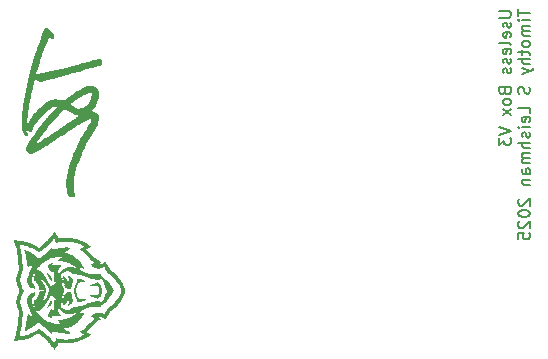
<source format=gbo>
G04 #@! TF.GenerationSoftware,KiCad,Pcbnew,7.0.11-rc3*
G04 #@! TF.CreationDate,2024-12-20T13:56:10-07:00*
G04 #@! TF.ProjectId,UselessBox V2,5573656c-6573-4734-926f-782056322e6b,2*
G04 #@! TF.SameCoordinates,Original*
G04 #@! TF.FileFunction,Legend,Bot*
G04 #@! TF.FilePolarity,Positive*
%FSLAX46Y46*%
G04 Gerber Fmt 4.6, Leading zero omitted, Abs format (unit mm)*
G04 Created by KiCad (PCBNEW 7.0.11-rc3) date 2024-12-20 13:56:10*
%MOMM*%
%LPD*%
G01*
G04 APERTURE LIST*
%ADD10C,0.150000*%
G04 APERTURE END LIST*
D10*
X166162819Y-85172779D02*
X166972342Y-85172779D01*
X166972342Y-85172779D02*
X167067580Y-85220398D01*
X167067580Y-85220398D02*
X167115200Y-85268017D01*
X167115200Y-85268017D02*
X167162819Y-85363255D01*
X167162819Y-85363255D02*
X167162819Y-85553731D01*
X167162819Y-85553731D02*
X167115200Y-85648969D01*
X167115200Y-85648969D02*
X167067580Y-85696588D01*
X167067580Y-85696588D02*
X166972342Y-85744207D01*
X166972342Y-85744207D02*
X166162819Y-85744207D01*
X167115200Y-86172779D02*
X167162819Y-86268017D01*
X167162819Y-86268017D02*
X167162819Y-86458493D01*
X167162819Y-86458493D02*
X167115200Y-86553731D01*
X167115200Y-86553731D02*
X167019961Y-86601350D01*
X167019961Y-86601350D02*
X166972342Y-86601350D01*
X166972342Y-86601350D02*
X166877104Y-86553731D01*
X166877104Y-86553731D02*
X166829485Y-86458493D01*
X166829485Y-86458493D02*
X166829485Y-86315636D01*
X166829485Y-86315636D02*
X166781866Y-86220398D01*
X166781866Y-86220398D02*
X166686628Y-86172779D01*
X166686628Y-86172779D02*
X166639009Y-86172779D01*
X166639009Y-86172779D02*
X166543771Y-86220398D01*
X166543771Y-86220398D02*
X166496152Y-86315636D01*
X166496152Y-86315636D02*
X166496152Y-86458493D01*
X166496152Y-86458493D02*
X166543771Y-86553731D01*
X167115200Y-87410874D02*
X167162819Y-87315636D01*
X167162819Y-87315636D02*
X167162819Y-87125160D01*
X167162819Y-87125160D02*
X167115200Y-87029922D01*
X167115200Y-87029922D02*
X167019961Y-86982303D01*
X167019961Y-86982303D02*
X166639009Y-86982303D01*
X166639009Y-86982303D02*
X166543771Y-87029922D01*
X166543771Y-87029922D02*
X166496152Y-87125160D01*
X166496152Y-87125160D02*
X166496152Y-87315636D01*
X166496152Y-87315636D02*
X166543771Y-87410874D01*
X166543771Y-87410874D02*
X166639009Y-87458493D01*
X166639009Y-87458493D02*
X166734247Y-87458493D01*
X166734247Y-87458493D02*
X166829485Y-86982303D01*
X167162819Y-88029922D02*
X167115200Y-87934684D01*
X167115200Y-87934684D02*
X167019961Y-87887065D01*
X167019961Y-87887065D02*
X166162819Y-87887065D01*
X167115200Y-88791827D02*
X167162819Y-88696589D01*
X167162819Y-88696589D02*
X167162819Y-88506113D01*
X167162819Y-88506113D02*
X167115200Y-88410875D01*
X167115200Y-88410875D02*
X167019961Y-88363256D01*
X167019961Y-88363256D02*
X166639009Y-88363256D01*
X166639009Y-88363256D02*
X166543771Y-88410875D01*
X166543771Y-88410875D02*
X166496152Y-88506113D01*
X166496152Y-88506113D02*
X166496152Y-88696589D01*
X166496152Y-88696589D02*
X166543771Y-88791827D01*
X166543771Y-88791827D02*
X166639009Y-88839446D01*
X166639009Y-88839446D02*
X166734247Y-88839446D01*
X166734247Y-88839446D02*
X166829485Y-88363256D01*
X167115200Y-89220399D02*
X167162819Y-89315637D01*
X167162819Y-89315637D02*
X167162819Y-89506113D01*
X167162819Y-89506113D02*
X167115200Y-89601351D01*
X167115200Y-89601351D02*
X167019961Y-89648970D01*
X167019961Y-89648970D02*
X166972342Y-89648970D01*
X166972342Y-89648970D02*
X166877104Y-89601351D01*
X166877104Y-89601351D02*
X166829485Y-89506113D01*
X166829485Y-89506113D02*
X166829485Y-89363256D01*
X166829485Y-89363256D02*
X166781866Y-89268018D01*
X166781866Y-89268018D02*
X166686628Y-89220399D01*
X166686628Y-89220399D02*
X166639009Y-89220399D01*
X166639009Y-89220399D02*
X166543771Y-89268018D01*
X166543771Y-89268018D02*
X166496152Y-89363256D01*
X166496152Y-89363256D02*
X166496152Y-89506113D01*
X166496152Y-89506113D02*
X166543771Y-89601351D01*
X167115200Y-90029923D02*
X167162819Y-90125161D01*
X167162819Y-90125161D02*
X167162819Y-90315637D01*
X167162819Y-90315637D02*
X167115200Y-90410875D01*
X167115200Y-90410875D02*
X167019961Y-90458494D01*
X167019961Y-90458494D02*
X166972342Y-90458494D01*
X166972342Y-90458494D02*
X166877104Y-90410875D01*
X166877104Y-90410875D02*
X166829485Y-90315637D01*
X166829485Y-90315637D02*
X166829485Y-90172780D01*
X166829485Y-90172780D02*
X166781866Y-90077542D01*
X166781866Y-90077542D02*
X166686628Y-90029923D01*
X166686628Y-90029923D02*
X166639009Y-90029923D01*
X166639009Y-90029923D02*
X166543771Y-90077542D01*
X166543771Y-90077542D02*
X166496152Y-90172780D01*
X166496152Y-90172780D02*
X166496152Y-90315637D01*
X166496152Y-90315637D02*
X166543771Y-90410875D01*
X166639009Y-91982304D02*
X166686628Y-92125161D01*
X166686628Y-92125161D02*
X166734247Y-92172780D01*
X166734247Y-92172780D02*
X166829485Y-92220399D01*
X166829485Y-92220399D02*
X166972342Y-92220399D01*
X166972342Y-92220399D02*
X167067580Y-92172780D01*
X167067580Y-92172780D02*
X167115200Y-92125161D01*
X167115200Y-92125161D02*
X167162819Y-92029923D01*
X167162819Y-92029923D02*
X167162819Y-91648971D01*
X167162819Y-91648971D02*
X166162819Y-91648971D01*
X166162819Y-91648971D02*
X166162819Y-91982304D01*
X166162819Y-91982304D02*
X166210438Y-92077542D01*
X166210438Y-92077542D02*
X166258057Y-92125161D01*
X166258057Y-92125161D02*
X166353295Y-92172780D01*
X166353295Y-92172780D02*
X166448533Y-92172780D01*
X166448533Y-92172780D02*
X166543771Y-92125161D01*
X166543771Y-92125161D02*
X166591390Y-92077542D01*
X166591390Y-92077542D02*
X166639009Y-91982304D01*
X166639009Y-91982304D02*
X166639009Y-91648971D01*
X167162819Y-92791828D02*
X167115200Y-92696590D01*
X167115200Y-92696590D02*
X167067580Y-92648971D01*
X167067580Y-92648971D02*
X166972342Y-92601352D01*
X166972342Y-92601352D02*
X166686628Y-92601352D01*
X166686628Y-92601352D02*
X166591390Y-92648971D01*
X166591390Y-92648971D02*
X166543771Y-92696590D01*
X166543771Y-92696590D02*
X166496152Y-92791828D01*
X166496152Y-92791828D02*
X166496152Y-92934685D01*
X166496152Y-92934685D02*
X166543771Y-93029923D01*
X166543771Y-93029923D02*
X166591390Y-93077542D01*
X166591390Y-93077542D02*
X166686628Y-93125161D01*
X166686628Y-93125161D02*
X166972342Y-93125161D01*
X166972342Y-93125161D02*
X167067580Y-93077542D01*
X167067580Y-93077542D02*
X167115200Y-93029923D01*
X167115200Y-93029923D02*
X167162819Y-92934685D01*
X167162819Y-92934685D02*
X167162819Y-92791828D01*
X167162819Y-93458495D02*
X166496152Y-93982304D01*
X166496152Y-93458495D02*
X167162819Y-93982304D01*
X166162819Y-94982305D02*
X167162819Y-95315638D01*
X167162819Y-95315638D02*
X166162819Y-95648971D01*
X166162819Y-95887067D02*
X166162819Y-96506114D01*
X166162819Y-96506114D02*
X166543771Y-96172781D01*
X166543771Y-96172781D02*
X166543771Y-96315638D01*
X166543771Y-96315638D02*
X166591390Y-96410876D01*
X166591390Y-96410876D02*
X166639009Y-96458495D01*
X166639009Y-96458495D02*
X166734247Y-96506114D01*
X166734247Y-96506114D02*
X166972342Y-96506114D01*
X166972342Y-96506114D02*
X167067580Y-96458495D01*
X167067580Y-96458495D02*
X167115200Y-96410876D01*
X167115200Y-96410876D02*
X167162819Y-96315638D01*
X167162819Y-96315638D02*
X167162819Y-96029924D01*
X167162819Y-96029924D02*
X167115200Y-95934686D01*
X167115200Y-95934686D02*
X167067580Y-95887067D01*
X167772819Y-85029922D02*
X167772819Y-85601350D01*
X168772819Y-85315636D02*
X167772819Y-85315636D01*
X168772819Y-85934684D02*
X168106152Y-85934684D01*
X167772819Y-85934684D02*
X167820438Y-85887065D01*
X167820438Y-85887065D02*
X167868057Y-85934684D01*
X167868057Y-85934684D02*
X167820438Y-85982303D01*
X167820438Y-85982303D02*
X167772819Y-85934684D01*
X167772819Y-85934684D02*
X167868057Y-85934684D01*
X168772819Y-86410874D02*
X168106152Y-86410874D01*
X168201390Y-86410874D02*
X168153771Y-86458493D01*
X168153771Y-86458493D02*
X168106152Y-86553731D01*
X168106152Y-86553731D02*
X168106152Y-86696588D01*
X168106152Y-86696588D02*
X168153771Y-86791826D01*
X168153771Y-86791826D02*
X168249009Y-86839445D01*
X168249009Y-86839445D02*
X168772819Y-86839445D01*
X168249009Y-86839445D02*
X168153771Y-86887064D01*
X168153771Y-86887064D02*
X168106152Y-86982302D01*
X168106152Y-86982302D02*
X168106152Y-87125159D01*
X168106152Y-87125159D02*
X168153771Y-87220398D01*
X168153771Y-87220398D02*
X168249009Y-87268017D01*
X168249009Y-87268017D02*
X168772819Y-87268017D01*
X168772819Y-87887064D02*
X168725200Y-87791826D01*
X168725200Y-87791826D02*
X168677580Y-87744207D01*
X168677580Y-87744207D02*
X168582342Y-87696588D01*
X168582342Y-87696588D02*
X168296628Y-87696588D01*
X168296628Y-87696588D02*
X168201390Y-87744207D01*
X168201390Y-87744207D02*
X168153771Y-87791826D01*
X168153771Y-87791826D02*
X168106152Y-87887064D01*
X168106152Y-87887064D02*
X168106152Y-88029921D01*
X168106152Y-88029921D02*
X168153771Y-88125159D01*
X168153771Y-88125159D02*
X168201390Y-88172778D01*
X168201390Y-88172778D02*
X168296628Y-88220397D01*
X168296628Y-88220397D02*
X168582342Y-88220397D01*
X168582342Y-88220397D02*
X168677580Y-88172778D01*
X168677580Y-88172778D02*
X168725200Y-88125159D01*
X168725200Y-88125159D02*
X168772819Y-88029921D01*
X168772819Y-88029921D02*
X168772819Y-87887064D01*
X168106152Y-88506112D02*
X168106152Y-88887064D01*
X167772819Y-88648969D02*
X168629961Y-88648969D01*
X168629961Y-88648969D02*
X168725200Y-88696588D01*
X168725200Y-88696588D02*
X168772819Y-88791826D01*
X168772819Y-88791826D02*
X168772819Y-88887064D01*
X168772819Y-89220398D02*
X167772819Y-89220398D01*
X168772819Y-89648969D02*
X168249009Y-89648969D01*
X168249009Y-89648969D02*
X168153771Y-89601350D01*
X168153771Y-89601350D02*
X168106152Y-89506112D01*
X168106152Y-89506112D02*
X168106152Y-89363255D01*
X168106152Y-89363255D02*
X168153771Y-89268017D01*
X168153771Y-89268017D02*
X168201390Y-89220398D01*
X168106152Y-90029922D02*
X168772819Y-90268017D01*
X168106152Y-90506112D02*
X168772819Y-90268017D01*
X168772819Y-90268017D02*
X169010914Y-90172779D01*
X169010914Y-90172779D02*
X169058533Y-90125160D01*
X169058533Y-90125160D02*
X169106152Y-90029922D01*
X168725200Y-91601351D02*
X168772819Y-91744208D01*
X168772819Y-91744208D02*
X168772819Y-91982303D01*
X168772819Y-91982303D02*
X168725200Y-92077541D01*
X168725200Y-92077541D02*
X168677580Y-92125160D01*
X168677580Y-92125160D02*
X168582342Y-92172779D01*
X168582342Y-92172779D02*
X168487104Y-92172779D01*
X168487104Y-92172779D02*
X168391866Y-92125160D01*
X168391866Y-92125160D02*
X168344247Y-92077541D01*
X168344247Y-92077541D02*
X168296628Y-91982303D01*
X168296628Y-91982303D02*
X168249009Y-91791827D01*
X168249009Y-91791827D02*
X168201390Y-91696589D01*
X168201390Y-91696589D02*
X168153771Y-91648970D01*
X168153771Y-91648970D02*
X168058533Y-91601351D01*
X168058533Y-91601351D02*
X167963295Y-91601351D01*
X167963295Y-91601351D02*
X167868057Y-91648970D01*
X167868057Y-91648970D02*
X167820438Y-91696589D01*
X167820438Y-91696589D02*
X167772819Y-91791827D01*
X167772819Y-91791827D02*
X167772819Y-92029922D01*
X167772819Y-92029922D02*
X167820438Y-92172779D01*
X168772819Y-93839446D02*
X168772819Y-93363256D01*
X168772819Y-93363256D02*
X167772819Y-93363256D01*
X168725200Y-94553732D02*
X168772819Y-94458494D01*
X168772819Y-94458494D02*
X168772819Y-94268018D01*
X168772819Y-94268018D02*
X168725200Y-94172780D01*
X168725200Y-94172780D02*
X168629961Y-94125161D01*
X168629961Y-94125161D02*
X168249009Y-94125161D01*
X168249009Y-94125161D02*
X168153771Y-94172780D01*
X168153771Y-94172780D02*
X168106152Y-94268018D01*
X168106152Y-94268018D02*
X168106152Y-94458494D01*
X168106152Y-94458494D02*
X168153771Y-94553732D01*
X168153771Y-94553732D02*
X168249009Y-94601351D01*
X168249009Y-94601351D02*
X168344247Y-94601351D01*
X168344247Y-94601351D02*
X168439485Y-94125161D01*
X168772819Y-95029923D02*
X168106152Y-95029923D01*
X167772819Y-95029923D02*
X167820438Y-94982304D01*
X167820438Y-94982304D02*
X167868057Y-95029923D01*
X167868057Y-95029923D02*
X167820438Y-95077542D01*
X167820438Y-95077542D02*
X167772819Y-95029923D01*
X167772819Y-95029923D02*
X167868057Y-95029923D01*
X168725200Y-95458494D02*
X168772819Y-95553732D01*
X168772819Y-95553732D02*
X168772819Y-95744208D01*
X168772819Y-95744208D02*
X168725200Y-95839446D01*
X168725200Y-95839446D02*
X168629961Y-95887065D01*
X168629961Y-95887065D02*
X168582342Y-95887065D01*
X168582342Y-95887065D02*
X168487104Y-95839446D01*
X168487104Y-95839446D02*
X168439485Y-95744208D01*
X168439485Y-95744208D02*
X168439485Y-95601351D01*
X168439485Y-95601351D02*
X168391866Y-95506113D01*
X168391866Y-95506113D02*
X168296628Y-95458494D01*
X168296628Y-95458494D02*
X168249009Y-95458494D01*
X168249009Y-95458494D02*
X168153771Y-95506113D01*
X168153771Y-95506113D02*
X168106152Y-95601351D01*
X168106152Y-95601351D02*
X168106152Y-95744208D01*
X168106152Y-95744208D02*
X168153771Y-95839446D01*
X168772819Y-96315637D02*
X167772819Y-96315637D01*
X168772819Y-96744208D02*
X168249009Y-96744208D01*
X168249009Y-96744208D02*
X168153771Y-96696589D01*
X168153771Y-96696589D02*
X168106152Y-96601351D01*
X168106152Y-96601351D02*
X168106152Y-96458494D01*
X168106152Y-96458494D02*
X168153771Y-96363256D01*
X168153771Y-96363256D02*
X168201390Y-96315637D01*
X168772819Y-97220399D02*
X168106152Y-97220399D01*
X168201390Y-97220399D02*
X168153771Y-97268018D01*
X168153771Y-97268018D02*
X168106152Y-97363256D01*
X168106152Y-97363256D02*
X168106152Y-97506113D01*
X168106152Y-97506113D02*
X168153771Y-97601351D01*
X168153771Y-97601351D02*
X168249009Y-97648970D01*
X168249009Y-97648970D02*
X168772819Y-97648970D01*
X168249009Y-97648970D02*
X168153771Y-97696589D01*
X168153771Y-97696589D02*
X168106152Y-97791827D01*
X168106152Y-97791827D02*
X168106152Y-97934684D01*
X168106152Y-97934684D02*
X168153771Y-98029923D01*
X168153771Y-98029923D02*
X168249009Y-98077542D01*
X168249009Y-98077542D02*
X168772819Y-98077542D01*
X168772819Y-98982303D02*
X168249009Y-98982303D01*
X168249009Y-98982303D02*
X168153771Y-98934684D01*
X168153771Y-98934684D02*
X168106152Y-98839446D01*
X168106152Y-98839446D02*
X168106152Y-98648970D01*
X168106152Y-98648970D02*
X168153771Y-98553732D01*
X168725200Y-98982303D02*
X168772819Y-98887065D01*
X168772819Y-98887065D02*
X168772819Y-98648970D01*
X168772819Y-98648970D02*
X168725200Y-98553732D01*
X168725200Y-98553732D02*
X168629961Y-98506113D01*
X168629961Y-98506113D02*
X168534723Y-98506113D01*
X168534723Y-98506113D02*
X168439485Y-98553732D01*
X168439485Y-98553732D02*
X168391866Y-98648970D01*
X168391866Y-98648970D02*
X168391866Y-98887065D01*
X168391866Y-98887065D02*
X168344247Y-98982303D01*
X168106152Y-99458494D02*
X168772819Y-99458494D01*
X168201390Y-99458494D02*
X168153771Y-99506113D01*
X168153771Y-99506113D02*
X168106152Y-99601351D01*
X168106152Y-99601351D02*
X168106152Y-99744208D01*
X168106152Y-99744208D02*
X168153771Y-99839446D01*
X168153771Y-99839446D02*
X168249009Y-99887065D01*
X168249009Y-99887065D02*
X168772819Y-99887065D01*
X167868057Y-101077542D02*
X167820438Y-101125161D01*
X167820438Y-101125161D02*
X167772819Y-101220399D01*
X167772819Y-101220399D02*
X167772819Y-101458494D01*
X167772819Y-101458494D02*
X167820438Y-101553732D01*
X167820438Y-101553732D02*
X167868057Y-101601351D01*
X167868057Y-101601351D02*
X167963295Y-101648970D01*
X167963295Y-101648970D02*
X168058533Y-101648970D01*
X168058533Y-101648970D02*
X168201390Y-101601351D01*
X168201390Y-101601351D02*
X168772819Y-101029923D01*
X168772819Y-101029923D02*
X168772819Y-101648970D01*
X167772819Y-102268018D02*
X167772819Y-102363256D01*
X167772819Y-102363256D02*
X167820438Y-102458494D01*
X167820438Y-102458494D02*
X167868057Y-102506113D01*
X167868057Y-102506113D02*
X167963295Y-102553732D01*
X167963295Y-102553732D02*
X168153771Y-102601351D01*
X168153771Y-102601351D02*
X168391866Y-102601351D01*
X168391866Y-102601351D02*
X168582342Y-102553732D01*
X168582342Y-102553732D02*
X168677580Y-102506113D01*
X168677580Y-102506113D02*
X168725200Y-102458494D01*
X168725200Y-102458494D02*
X168772819Y-102363256D01*
X168772819Y-102363256D02*
X168772819Y-102268018D01*
X168772819Y-102268018D02*
X168725200Y-102172780D01*
X168725200Y-102172780D02*
X168677580Y-102125161D01*
X168677580Y-102125161D02*
X168582342Y-102077542D01*
X168582342Y-102077542D02*
X168391866Y-102029923D01*
X168391866Y-102029923D02*
X168153771Y-102029923D01*
X168153771Y-102029923D02*
X167963295Y-102077542D01*
X167963295Y-102077542D02*
X167868057Y-102125161D01*
X167868057Y-102125161D02*
X167820438Y-102172780D01*
X167820438Y-102172780D02*
X167772819Y-102268018D01*
X167868057Y-102982304D02*
X167820438Y-103029923D01*
X167820438Y-103029923D02*
X167772819Y-103125161D01*
X167772819Y-103125161D02*
X167772819Y-103363256D01*
X167772819Y-103363256D02*
X167820438Y-103458494D01*
X167820438Y-103458494D02*
X167868057Y-103506113D01*
X167868057Y-103506113D02*
X167963295Y-103553732D01*
X167963295Y-103553732D02*
X168058533Y-103553732D01*
X168058533Y-103553732D02*
X168201390Y-103506113D01*
X168201390Y-103506113D02*
X168772819Y-102934685D01*
X168772819Y-102934685D02*
X168772819Y-103553732D01*
X167772819Y-104458494D02*
X167772819Y-103982304D01*
X167772819Y-103982304D02*
X168249009Y-103934685D01*
X168249009Y-103934685D02*
X168201390Y-103982304D01*
X168201390Y-103982304D02*
X168153771Y-104077542D01*
X168153771Y-104077542D02*
X168153771Y-104315637D01*
X168153771Y-104315637D02*
X168201390Y-104410875D01*
X168201390Y-104410875D02*
X168249009Y-104458494D01*
X168249009Y-104458494D02*
X168344247Y-104506113D01*
X168344247Y-104506113D02*
X168582342Y-104506113D01*
X168582342Y-104506113D02*
X168677580Y-104458494D01*
X168677580Y-104458494D02*
X168725200Y-104410875D01*
X168725200Y-104410875D02*
X168772819Y-104315637D01*
X168772819Y-104315637D02*
X168772819Y-104077542D01*
X168772819Y-104077542D02*
X168725200Y-103982304D01*
X168725200Y-103982304D02*
X168677580Y-103934685D01*
G36*
X127886113Y-86619812D02*
G01*
X127991350Y-86655483D01*
X128067389Y-86708129D01*
X128096643Y-86768582D01*
X128115581Y-86819822D01*
X128179984Y-86896044D01*
X128276668Y-86976159D01*
X128391671Y-87046992D01*
X128412024Y-87057738D01*
X128453442Y-87086718D01*
X128474187Y-87126850D01*
X128479930Y-87195846D01*
X128476342Y-87311413D01*
X128466859Y-87527144D01*
X128310003Y-87521594D01*
X128258704Y-87518060D01*
X128169247Y-87502874D01*
X128118457Y-87481353D01*
X128091181Y-87458980D01*
X128040972Y-87452922D01*
X127995349Y-87503964D01*
X127949833Y-87615674D01*
X127927317Y-87678498D01*
X127879491Y-87789316D01*
X127834572Y-87870137D01*
X127792627Y-87947694D01*
X127774717Y-88016899D01*
X127765230Y-88066178D01*
X127727451Y-88140700D01*
X127698766Y-88189822D01*
X127679162Y-88259644D01*
X127677590Y-88273736D01*
X127654790Y-88347228D01*
X127613753Y-88436226D01*
X127599565Y-88463721D01*
X127563724Y-88545032D01*
X127549368Y-88597886D01*
X127546286Y-88614840D01*
X127526091Y-88686640D01*
X127490176Y-88801359D01*
X127442200Y-88947470D01*
X127385817Y-89113445D01*
X127363390Y-89178802D01*
X127301090Y-89363775D01*
X127243285Y-89539963D01*
X127195604Y-89690052D01*
X127163677Y-89796726D01*
X127134769Y-89895717D01*
X127084810Y-90055533D01*
X127037494Y-90196126D01*
X127008104Y-90281024D01*
X126979703Y-90380076D01*
X126976369Y-90439703D01*
X126998481Y-90472422D01*
X127046419Y-90490750D01*
X127082363Y-90492039D01*
X127176679Y-90483000D01*
X127311591Y-90463670D01*
X127474313Y-90436430D01*
X127652062Y-90403663D01*
X127832051Y-90367754D01*
X128001495Y-90331084D01*
X128147608Y-90296038D01*
X128257606Y-90264997D01*
X128274318Y-90259807D01*
X128385895Y-90229724D01*
X128528711Y-90196096D01*
X128676111Y-90165274D01*
X128693797Y-90161826D01*
X129095344Y-90075226D01*
X129531528Y-89966776D01*
X129979913Y-89842041D01*
X129989856Y-89839141D01*
X130143755Y-89796966D01*
X130301564Y-89757762D01*
X130430610Y-89729676D01*
X130516968Y-89710739D01*
X130630967Y-89678799D01*
X130710697Y-89648185D01*
X130788000Y-89618451D01*
X130873270Y-89603570D01*
X130925340Y-89597578D01*
X130979495Y-89574397D01*
X130999288Y-89563379D01*
X131071921Y-89542276D01*
X131171041Y-89525214D01*
X131275305Y-89506476D01*
X131417563Y-89471678D01*
X131557353Y-89429815D01*
X131604052Y-89414428D01*
X131796427Y-89355071D01*
X131991212Y-89300396D01*
X132167401Y-89256085D01*
X132303988Y-89227821D01*
X132334932Y-89223862D01*
X132413938Y-89235513D01*
X132489096Y-89292970D01*
X132513261Y-89321209D01*
X132560564Y-89424210D01*
X132571399Y-89539822D01*
X132548554Y-89650091D01*
X132494821Y-89737064D01*
X132412987Y-89782788D01*
X132376552Y-89791398D01*
X132280595Y-89817079D01*
X132151920Y-89853482D01*
X132008050Y-89895720D01*
X131919274Y-89921541D01*
X131771284Y-89961708D01*
X131643829Y-89992939D01*
X131557353Y-90010050D01*
X131544968Y-90011887D01*
X131487230Y-90022745D01*
X131413598Y-90040488D01*
X131316535Y-90067350D01*
X131188508Y-90105566D01*
X131021980Y-90157369D01*
X130809417Y-90224992D01*
X130543284Y-90310669D01*
X130463199Y-90336169D01*
X130329811Y-90376995D01*
X130221776Y-90408029D01*
X130156973Y-90424026D01*
X130102455Y-90436145D01*
X129988007Y-90465931D01*
X129840256Y-90507026D01*
X129675111Y-90554742D01*
X129508481Y-90604393D01*
X129356276Y-90651293D01*
X129234403Y-90690753D01*
X129158774Y-90718089D01*
X129149797Y-90721768D01*
X129050507Y-90755926D01*
X128965618Y-90775707D01*
X128906711Y-90785823D01*
X128837074Y-90804148D01*
X128778523Y-90820224D01*
X128692207Y-90836674D01*
X128667204Y-90841204D01*
X128573047Y-90862550D01*
X128445872Y-90894793D01*
X128305895Y-90932897D01*
X128227051Y-90954746D01*
X128053247Y-91000944D01*
X127870699Y-91047362D01*
X127693580Y-91090579D01*
X127536068Y-91127176D01*
X127412337Y-91153730D01*
X127336563Y-91166821D01*
X127282678Y-91159542D01*
X127187937Y-91128966D01*
X127079022Y-91081825D01*
X126984740Y-91036051D01*
X126913417Y-91001895D01*
X126884242Y-90988575D01*
X126877555Y-90992838D01*
X126851069Y-91037809D01*
X126816503Y-91115507D01*
X126781879Y-91205633D01*
X126755221Y-91287889D01*
X126744552Y-91341977D01*
X126744332Y-91355291D01*
X126741128Y-91393116D01*
X126732380Y-91445000D01*
X126715898Y-91520578D01*
X126689491Y-91629484D01*
X126650966Y-91781355D01*
X126598133Y-91985826D01*
X126581401Y-92053809D01*
X126553850Y-92180786D01*
X126535965Y-92283011D01*
X126531205Y-92315262D01*
X126509946Y-92434753D01*
X126484361Y-92556649D01*
X126475870Y-92594538D01*
X126446685Y-92735918D01*
X126421657Y-92871124D01*
X126414877Y-92910026D01*
X126387904Y-93054061D01*
X126360580Y-93188123D01*
X126358787Y-93196679D01*
X126341583Y-93295041D01*
X126320361Y-93437386D01*
X126297646Y-93605963D01*
X126275962Y-93783022D01*
X126270665Y-93827752D01*
X126250049Y-93985885D01*
X126229922Y-94118270D01*
X126212352Y-94212143D01*
X126199413Y-94254744D01*
X126183878Y-94299718D01*
X126166824Y-94389940D01*
X126152413Y-94504901D01*
X126151694Y-94512262D01*
X126142517Y-94624861D01*
X126144157Y-94688161D01*
X126158960Y-94715997D01*
X126189273Y-94722201D01*
X126194976Y-94722104D01*
X126230681Y-94714120D01*
X126265558Y-94686483D01*
X126306754Y-94629586D01*
X126361419Y-94533816D01*
X126436699Y-94389565D01*
X126437854Y-94387314D01*
X126506646Y-94262740D01*
X126578817Y-94146671D01*
X126638928Y-94063962D01*
X126648690Y-94052380D01*
X126731698Y-93950676D01*
X126808937Y-93851760D01*
X126842618Y-93810269D01*
X126919588Y-93723835D01*
X127018729Y-93618299D01*
X127130581Y-93503102D01*
X127245689Y-93387682D01*
X127354594Y-93281479D01*
X127447840Y-93193933D01*
X127515968Y-93134483D01*
X127549522Y-93112569D01*
X127567718Y-93105757D01*
X127625233Y-93065677D01*
X127633153Y-93058803D01*
X129866379Y-93058803D01*
X129876016Y-93110743D01*
X129933235Y-93168142D01*
X130041746Y-93237988D01*
X130205262Y-93327267D01*
X130250690Y-93350735D01*
X130379028Y-93408219D01*
X130485614Y-93436980D01*
X130593879Y-93444060D01*
X130738598Y-93427485D01*
X130886270Y-93374393D01*
X130992220Y-93291751D01*
X131021989Y-93263868D01*
X131073505Y-93241339D01*
X131087876Y-93236920D01*
X131144612Y-93195969D01*
X131223776Y-93122511D01*
X131313343Y-93029381D01*
X131401285Y-92929415D01*
X131475577Y-92835450D01*
X131524193Y-92760320D01*
X131548310Y-92709769D01*
X131596377Y-92595397D01*
X131641372Y-92474530D01*
X131687600Y-92314797D01*
X131701094Y-92200076D01*
X131680758Y-92136058D01*
X131669644Y-92130268D01*
X131607693Y-92119052D01*
X131516218Y-92114597D01*
X131489005Y-92115481D01*
X131382603Y-92134109D01*
X131250455Y-92180322D01*
X131078935Y-92258607D01*
X130987972Y-92303349D01*
X130849217Y-92373329D01*
X130728962Y-92437693D01*
X130615461Y-92503708D01*
X130496964Y-92578639D01*
X130361722Y-92669752D01*
X130197988Y-92784313D01*
X129994013Y-92929589D01*
X129975006Y-92943360D01*
X129900613Y-93005338D01*
X129866379Y-93058803D01*
X127633153Y-93058803D01*
X127699039Y-93001619D01*
X127729134Y-92975699D01*
X127855809Y-92891515D01*
X128017631Y-92807681D01*
X128193382Y-92733466D01*
X128361843Y-92678138D01*
X128501797Y-92650965D01*
X128646458Y-92654294D01*
X128844107Y-92698035D01*
X128939705Y-92726715D01*
X129066096Y-92751451D01*
X129184072Y-92752469D01*
X129302855Y-92726372D01*
X129403121Y-92682306D01*
X129431663Y-92669762D01*
X129579716Y-92579238D01*
X129756233Y-92451404D01*
X129970435Y-92282861D01*
X130091286Y-92187684D01*
X130264228Y-92061559D01*
X130437568Y-91950180D01*
X130631249Y-91841040D01*
X130865211Y-91721632D01*
X130892671Y-91708094D01*
X131064715Y-91624915D01*
X131195784Y-91566624D01*
X131299994Y-91528802D01*
X131391460Y-91507034D01*
X131484295Y-91496901D01*
X131516218Y-91496042D01*
X131592615Y-91493986D01*
X131677426Y-91494610D01*
X131785826Y-91503474D01*
X131865188Y-91526273D01*
X131937688Y-91567747D01*
X131956921Y-91581785D01*
X132070307Y-91697742D01*
X132172143Y-91854781D01*
X132249144Y-92033052D01*
X132267519Y-92104919D01*
X132280811Y-92299631D01*
X132256121Y-92519788D01*
X132197802Y-92750425D01*
X132110205Y-92976574D01*
X131997683Y-93183267D01*
X131864588Y-93355539D01*
X131856235Y-93364433D01*
X131778323Y-93454064D01*
X131723158Y-93529336D01*
X131702220Y-93574752D01*
X131698419Y-93596188D01*
X131661979Y-93636345D01*
X131659621Y-93643918D01*
X131701593Y-93658366D01*
X131785153Y-93673471D01*
X131871716Y-93692430D01*
X132030140Y-93770277D01*
X132152950Y-93892573D01*
X132236472Y-94050896D01*
X132277033Y-94236824D01*
X132270958Y-94441938D01*
X132214575Y-94657816D01*
X132160778Y-94789139D01*
X132091165Y-94936215D01*
X132023816Y-95057339D01*
X131967809Y-95134957D01*
X131947468Y-95160639D01*
X131927568Y-95207755D01*
X131927561Y-95208098D01*
X131910004Y-95249138D01*
X131865171Y-95326154D01*
X131802590Y-95422755D01*
X131739144Y-95519486D01*
X131664580Y-95639674D01*
X131609097Y-95736270D01*
X131591353Y-95769308D01*
X131543453Y-95855768D01*
X131509490Y-95913329D01*
X131473442Y-95970753D01*
X131345216Y-96193728D01*
X131208687Y-96455664D01*
X131072244Y-96739319D01*
X130944281Y-97027453D01*
X130833189Y-97302824D01*
X130815038Y-97348116D01*
X130767204Y-97451799D01*
X130724156Y-97527288D01*
X130689687Y-97589311D01*
X130672055Y-97652574D01*
X130663865Y-97691719D01*
X130633579Y-97776270D01*
X130588634Y-97878808D01*
X130561085Y-97937252D01*
X130504800Y-98062668D01*
X130457685Y-98180596D01*
X130415152Y-98305111D01*
X130372612Y-98450292D01*
X130325477Y-98630215D01*
X130269160Y-98858957D01*
X130228441Y-99047027D01*
X130184923Y-99310901D01*
X130154316Y-99578621D01*
X130137007Y-99839120D01*
X130133384Y-100081330D01*
X130143837Y-100294186D01*
X130168753Y-100466619D01*
X130208520Y-100587564D01*
X130212662Y-100596099D01*
X130241298Y-100699654D01*
X130247265Y-100816470D01*
X130237454Y-100951479D01*
X130083970Y-100961314D01*
X129965138Y-100953453D01*
X129810894Y-100891636D01*
X129684336Y-100775601D01*
X129647673Y-100705436D01*
X129609398Y-100592184D01*
X129579061Y-100464366D01*
X129563860Y-100347560D01*
X129563840Y-100347167D01*
X129552356Y-100260637D01*
X129532352Y-100200026D01*
X129524645Y-100177583D01*
X129514119Y-100094058D01*
X129508510Y-99968797D01*
X129507603Y-99816428D01*
X129511182Y-99651579D01*
X129519031Y-99488875D01*
X129530936Y-99342945D01*
X129546679Y-99228415D01*
X129566192Y-99123869D01*
X129585433Y-99020076D01*
X129597239Y-98955535D01*
X129601231Y-98934727D01*
X129619481Y-98849220D01*
X129643055Y-98746282D01*
X129648578Y-98722655D01*
X129678729Y-98586677D01*
X129705555Y-98456548D01*
X129711852Y-98426599D01*
X129746678Y-98293233D01*
X129787850Y-98166815D01*
X129809305Y-98108757D01*
X129853775Y-97986947D01*
X129907518Y-97838610D01*
X129963207Y-97683925D01*
X130037186Y-97482306D01*
X130118117Y-97273870D01*
X130187553Y-97109136D01*
X130242973Y-96994038D01*
X130281854Y-96934506D01*
X130298409Y-96911663D01*
X130317936Y-96842377D01*
X130322105Y-96812302D01*
X130350128Y-96766434D01*
X130369500Y-96739767D01*
X130382321Y-96674027D01*
X130398866Y-96607868D01*
X130446706Y-96532406D01*
X130490703Y-96470695D01*
X130513445Y-96405613D01*
X130513737Y-96401563D01*
X130534620Y-96333084D01*
X130577352Y-96251352D01*
X130601919Y-96212260D01*
X130633067Y-96158794D01*
X130664499Y-96097076D01*
X130704665Y-96010170D01*
X130762012Y-95881137D01*
X130781946Y-95838966D01*
X130837921Y-95739884D01*
X130889939Y-95669410D01*
X130936700Y-95608640D01*
X130977923Y-95526897D01*
X130978352Y-95525570D01*
X131018076Y-95448226D01*
X131078918Y-95368409D01*
X131097272Y-95345989D01*
X131154116Y-95260451D01*
X131222120Y-95142927D01*
X131290305Y-95011935D01*
X131317912Y-94956718D01*
X131387191Y-94825341D01*
X131451161Y-94712882D01*
X131498811Y-94639031D01*
X131503702Y-94632320D01*
X131559170Y-94534609D01*
X131593302Y-94437827D01*
X131600642Y-94392978D01*
X131594361Y-94347305D01*
X131557064Y-94335889D01*
X131521166Y-94338628D01*
X131436379Y-94356035D01*
X131348429Y-94383234D01*
X131279436Y-94412864D01*
X131251523Y-94437563D01*
X131239481Y-94453294D01*
X131187137Y-94464660D01*
X131149765Y-94469564D01*
X131122752Y-94490890D01*
X131114519Y-94504973D01*
X131064373Y-94541064D01*
X130988113Y-94580622D01*
X130908433Y-94612518D01*
X130848022Y-94625623D01*
X130826822Y-94629076D01*
X130800826Y-94657816D01*
X130795378Y-94672625D01*
X130752537Y-94690009D01*
X130730369Y-94693271D01*
X130704248Y-94719052D01*
X130678688Y-94750084D01*
X130615718Y-94785045D01*
X130610908Y-94787067D01*
X130470237Y-94854897D01*
X130306859Y-94945925D01*
X130147725Y-95044355D01*
X130019782Y-95134389D01*
X129984979Y-95160785D01*
X129870976Y-95242657D01*
X129726225Y-95342520D01*
X129567515Y-95449044D01*
X129411631Y-95550902D01*
X129275360Y-95636765D01*
X129243141Y-95656954D01*
X129151208Y-95716210D01*
X129032838Y-95793788D01*
X128905612Y-95878210D01*
X128824346Y-95932424D01*
X128658839Y-96042602D01*
X128481885Y-96160175D01*
X128320102Y-96267448D01*
X128209726Y-96340946D01*
X128070500Y-96434708D01*
X127949790Y-96517114D01*
X127865253Y-96576178D01*
X127767455Y-96641287D01*
X127638266Y-96720366D01*
X127508142Y-96794582D01*
X127505507Y-96796017D01*
X127379910Y-96865101D01*
X127259540Y-96932350D01*
X127170119Y-96983399D01*
X127161186Y-96988571D01*
X127067544Y-97040490D01*
X126943851Y-97106517D01*
X126814385Y-97173666D01*
X126707607Y-97225993D01*
X126615427Y-97262745D01*
X126550733Y-97273858D01*
X126498411Y-97263635D01*
X126433555Y-97245190D01*
X126339243Y-97233228D01*
X126319084Y-97232327D01*
X126267387Y-97207958D01*
X126240841Y-97137172D01*
X126239999Y-97133094D01*
X126218976Y-97072954D01*
X126195560Y-97057229D01*
X126164654Y-97049460D01*
X126121663Y-97003569D01*
X126084450Y-96939782D01*
X126068686Y-96879994D01*
X126069423Y-96859488D01*
X126083398Y-96780620D01*
X126117888Y-96685077D01*
X126176553Y-96565919D01*
X126263053Y-96416207D01*
X126282284Y-96385695D01*
X126948646Y-96385695D01*
X126970860Y-96386225D01*
X127034665Y-96367441D01*
X127117177Y-96334481D01*
X127196370Y-96296371D01*
X127250213Y-96262137D01*
X127267408Y-96248684D01*
X127339367Y-96199236D01*
X127443561Y-96132351D01*
X127563776Y-96058556D01*
X127579658Y-96048994D01*
X127748396Y-95944773D01*
X127937441Y-95824117D01*
X128136086Y-95694239D01*
X128333624Y-95562353D01*
X128519351Y-95435675D01*
X128682560Y-95321419D01*
X128812546Y-95226799D01*
X128898602Y-95159031D01*
X128909805Y-95149642D01*
X128949968Y-95123490D01*
X128950866Y-95140706D01*
X128947363Y-95149074D01*
X128961430Y-95148413D01*
X129007409Y-95108513D01*
X129054881Y-95066170D01*
X129150051Y-94990764D01*
X129254725Y-94915357D01*
X129321085Y-94869258D01*
X129455325Y-94772528D01*
X129575863Y-94681960D01*
X129649322Y-94627331D01*
X129720891Y-94579562D01*
X129759173Y-94561136D01*
X129760616Y-94561000D01*
X129803047Y-94541572D01*
X129881409Y-94495660D01*
X129979913Y-94432467D01*
X129988510Y-94426764D01*
X130086179Y-94364632D01*
X130162626Y-94320571D01*
X130201946Y-94303799D01*
X130226060Y-94293669D01*
X130289263Y-94251917D01*
X130370957Y-94188867D01*
X130428777Y-94139157D01*
X130488099Y-94081098D01*
X130511092Y-94048024D01*
X130510742Y-94045826D01*
X130477455Y-94022251D01*
X130406466Y-94001150D01*
X130370688Y-93991283D01*
X130266950Y-93951125D01*
X130132903Y-93890420D01*
X129985082Y-93817475D01*
X129840025Y-93740597D01*
X129714268Y-93668093D01*
X129624348Y-93608269D01*
X129545506Y-93561797D01*
X129403121Y-93531073D01*
X129354794Y-93533937D01*
X129299612Y-93550302D01*
X129239223Y-93588809D01*
X129160931Y-93657965D01*
X129052041Y-93766274D01*
X128852108Y-93973490D01*
X128562051Y-94288204D01*
X128301152Y-94588841D01*
X128080449Y-94862944D01*
X127954572Y-95026215D01*
X127857448Y-95149980D01*
X127783540Y-95240890D01*
X127725159Y-95308397D01*
X127674619Y-95361955D01*
X127636297Y-95407104D01*
X127572628Y-95491324D01*
X127501937Y-95591403D01*
X127438792Y-95680084D01*
X127375852Y-95760877D01*
X127333796Y-95806141D01*
X127315004Y-95826322D01*
X127266566Y-95889830D01*
X127202006Y-95981109D01*
X127130217Y-96086778D01*
X127060093Y-96193454D01*
X127000528Y-96287753D01*
X126960414Y-96356295D01*
X126948646Y-96385695D01*
X126282284Y-96385695D01*
X126381046Y-96229003D01*
X126534194Y-95997367D01*
X126559701Y-95959451D01*
X126691373Y-95766117D01*
X126823273Y-95575983D01*
X126946484Y-95401687D01*
X127052090Y-95255867D01*
X127131174Y-95151164D01*
X127220622Y-95037373D01*
X127315964Y-94915781D01*
X127387259Y-94824094D01*
X127443645Y-94750324D01*
X127494258Y-94682478D01*
X127548236Y-94608566D01*
X127614714Y-94516597D01*
X127646111Y-94473632D01*
X127711943Y-94387606D01*
X127757620Y-94333843D01*
X127774717Y-94322556D01*
X127774786Y-94323852D01*
X127791616Y-94317819D01*
X127829111Y-94270619D01*
X127877285Y-94209735D01*
X127925689Y-94165278D01*
X127943514Y-94150437D01*
X127967872Y-94097489D01*
X127975978Y-94081066D01*
X128022682Y-94023614D01*
X128103938Y-93936074D01*
X128211735Y-93826945D01*
X128338061Y-93704728D01*
X128440248Y-93606354D01*
X128575376Y-93468046D01*
X128662315Y-93364979D01*
X128702817Y-93294565D01*
X128698632Y-93254214D01*
X128651512Y-93241339D01*
X128536403Y-93261779D01*
X128381362Y-93324836D01*
X128202761Y-93423616D01*
X128009861Y-93551107D01*
X127811926Y-93700300D01*
X127618218Y-93864184D01*
X127438000Y-94035749D01*
X127280535Y-94207984D01*
X127155085Y-94373880D01*
X127091348Y-94466507D01*
X127039075Y-94536073D01*
X127010218Y-94566578D01*
X126991452Y-94580250D01*
X126938895Y-94636094D01*
X126874304Y-94716365D01*
X126811301Y-94802854D01*
X126763510Y-94877355D01*
X126744552Y-94921660D01*
X126735785Y-94961033D01*
X126701598Y-95028916D01*
X126687456Y-95053702D01*
X126650670Y-95140628D01*
X126616932Y-95245332D01*
X126600090Y-95303926D01*
X126572474Y-95367210D01*
X126534051Y-95393209D01*
X126469030Y-95398247D01*
X126414490Y-95392985D01*
X126313808Y-95347579D01*
X126254558Y-95264259D01*
X126244008Y-95248944D01*
X126201098Y-95243143D01*
X126154648Y-95267962D01*
X126132891Y-95312262D01*
X126135559Y-95327619D01*
X126163948Y-95393327D01*
X126213373Y-95475666D01*
X126233934Y-95507435D01*
X126276790Y-95586191D01*
X126293855Y-95638488D01*
X126290504Y-95680063D01*
X126257331Y-95756070D01*
X126196309Y-95784559D01*
X126165021Y-95775720D01*
X126096470Y-95732590D01*
X126022734Y-95669457D01*
X125963820Y-95604233D01*
X125939736Y-95554834D01*
X125938596Y-95546373D01*
X125913305Y-95539553D01*
X125889572Y-95529519D01*
X125857353Y-95470703D01*
X125823775Y-95375186D01*
X125793095Y-95257366D01*
X125769571Y-95131643D01*
X125757460Y-95012418D01*
X125756235Y-94984375D01*
X125746750Y-94527165D01*
X125759855Y-94102282D01*
X125796331Y-93683007D01*
X125805178Y-93605173D01*
X125818145Y-93490691D01*
X125827303Y-93409370D01*
X125837540Y-93320894D01*
X125859039Y-93152157D01*
X125879455Y-93012491D01*
X125896321Y-92919413D01*
X125911672Y-92843381D01*
X125929204Y-92742353D01*
X125939063Y-92685941D01*
X125960987Y-92574625D01*
X125986977Y-92452619D01*
X126003468Y-92373633D01*
X126031820Y-92219466D01*
X126052932Y-92082404D01*
X126062495Y-92012306D01*
X126078116Y-91908739D01*
X126090251Y-91840959D01*
X126103279Y-91782990D01*
X126122675Y-91704660D01*
X126132646Y-91679996D01*
X126139150Y-91655149D01*
X126149101Y-91590612D01*
X126158827Y-91531984D01*
X126178839Y-91427180D01*
X126203409Y-91306336D01*
X126227431Y-91194475D01*
X126245800Y-91116625D01*
X126284963Y-90963440D01*
X126332756Y-90765211D01*
X126388998Y-90521061D01*
X126403062Y-90460197D01*
X126447630Y-90277405D01*
X126495132Y-90093926D01*
X126537414Y-89941593D01*
X126537904Y-89939921D01*
X126584572Y-89779626D01*
X126634439Y-89606848D01*
X126676791Y-89458703D01*
X126688810Y-89416465D01*
X126777752Y-89113176D01*
X126855017Y-88867917D01*
X126922052Y-88676275D01*
X126980306Y-88533837D01*
X127012481Y-88457388D01*
X127067003Y-88313879D01*
X127129038Y-88139471D01*
X127192498Y-87951841D01*
X127251292Y-87768667D01*
X127299334Y-87607626D01*
X127302816Y-87595964D01*
X127330007Y-87515434D01*
X127373783Y-87393454D01*
X127428572Y-87244891D01*
X127488798Y-87084608D01*
X127548890Y-86927470D01*
X127603272Y-86788342D01*
X127646372Y-86682087D01*
X127656910Y-86660870D01*
X127704418Y-86620637D01*
X127791721Y-86609654D01*
X127886113Y-86619812D01*
G37*
G36*
X130478899Y-94062252D02*
G01*
X130462803Y-94078348D01*
X130446706Y-94062252D01*
X130462803Y-94046156D01*
X130478899Y-94062252D01*
G37*
G36*
X127826452Y-107324770D02*
G01*
X127843361Y-107333062D01*
X127866559Y-107346122D01*
X127894597Y-107363006D01*
X127926023Y-107382769D01*
X127959387Y-107404467D01*
X127993238Y-107427153D01*
X128026126Y-107449885D01*
X128056599Y-107471716D01*
X128083208Y-107491704D01*
X128104502Y-107508901D01*
X128153648Y-107556345D01*
X128197175Y-107610727D01*
X128231723Y-107668582D01*
X128256556Y-107728664D01*
X128270936Y-107789729D01*
X128273196Y-107806012D01*
X128275639Y-107829658D01*
X128276132Y-107850765D01*
X128274693Y-107873856D01*
X128271338Y-107903455D01*
X128269499Y-107916395D01*
X128264172Y-107944889D01*
X128257454Y-107972964D01*
X128249999Y-107998496D01*
X128242460Y-108019362D01*
X128235491Y-108033439D01*
X128229745Y-108038603D01*
X128226627Y-108036613D01*
X128217629Y-108026029D01*
X128204028Y-108007091D01*
X128186344Y-107980666D01*
X128165094Y-107947618D01*
X128140796Y-107908812D01*
X128113967Y-107865114D01*
X128085128Y-107817389D01*
X128054794Y-107766503D01*
X128023484Y-107713320D01*
X127991716Y-107658706D01*
X127960008Y-107603526D01*
X127928878Y-107548646D01*
X127898844Y-107494930D01*
X127870424Y-107443245D01*
X127844136Y-107394455D01*
X127838892Y-107384558D01*
X127825576Y-107358668D01*
X127817274Y-107340770D01*
X127813515Y-107329576D01*
X127813831Y-107323803D01*
X127817752Y-107322164D01*
X127826452Y-107324770D01*
G37*
G36*
X128235002Y-109645524D02*
G01*
X128240795Y-109658312D01*
X128247706Y-109677931D01*
X128254978Y-109701832D01*
X128261853Y-109727465D01*
X128267576Y-109752280D01*
X128271388Y-109773729D01*
X128271772Y-109776655D01*
X128274253Y-109814582D01*
X128273385Y-109856955D01*
X128269445Y-109898656D01*
X128262709Y-109934568D01*
X128255506Y-109958812D01*
X128231289Y-110015629D01*
X128197646Y-110071353D01*
X128155745Y-110124200D01*
X128106758Y-110172385D01*
X128105651Y-110173342D01*
X128084911Y-110190192D01*
X128058740Y-110209935D01*
X128028584Y-110231623D01*
X127995893Y-110254309D01*
X127962115Y-110277044D01*
X127928700Y-110298881D01*
X127897095Y-110318872D01*
X127868749Y-110336071D01*
X127845111Y-110349529D01*
X127827630Y-110358299D01*
X127817754Y-110361432D01*
X127816173Y-110361288D01*
X127813324Y-110358499D01*
X127814227Y-110351175D01*
X127819350Y-110338031D01*
X127829164Y-110317782D01*
X127844136Y-110289142D01*
X127867412Y-110245883D01*
X127895742Y-110194245D01*
X127925691Y-110140583D01*
X127956754Y-110085739D01*
X127988425Y-110030555D01*
X128020198Y-109975875D01*
X128051567Y-109922542D01*
X128082028Y-109871397D01*
X128111075Y-109823284D01*
X128138201Y-109779044D01*
X128162902Y-109739522D01*
X128184672Y-109705559D01*
X128203004Y-109677999D01*
X128217394Y-109657683D01*
X128227337Y-109645455D01*
X128232325Y-109642157D01*
X128235002Y-109645524D01*
G37*
G36*
X132140079Y-108148280D02*
G01*
X132160064Y-108153834D01*
X132182759Y-108161571D01*
X132205573Y-108170678D01*
X132225918Y-108180339D01*
X132248619Y-108194484D01*
X132280025Y-108219111D01*
X132313038Y-108249682D01*
X132345449Y-108284121D01*
X132375050Y-108320357D01*
X132414388Y-108379577D01*
X132448004Y-108446590D01*
X132474659Y-108520256D01*
X132494693Y-108601520D01*
X132508446Y-108691326D01*
X132510659Y-108718498D01*
X132512168Y-108757380D01*
X132512670Y-108802401D01*
X132512234Y-108851087D01*
X132510926Y-108900964D01*
X132508814Y-108949557D01*
X132505965Y-108994391D01*
X132502447Y-109032992D01*
X132498327Y-109062887D01*
X132497978Y-109064836D01*
X132478292Y-109150701D01*
X132451468Y-109228509D01*
X132417166Y-109299081D01*
X132375050Y-109363240D01*
X132351408Y-109392606D01*
X132319364Y-109427551D01*
X132286295Y-109459023D01*
X132254410Y-109484950D01*
X132225918Y-109503258D01*
X132207693Y-109511994D01*
X132185004Y-109521190D01*
X132162185Y-109529096D01*
X132141824Y-109534896D01*
X132126513Y-109537778D01*
X132118840Y-109536927D01*
X132118560Y-109536225D01*
X132120438Y-109528017D01*
X132126479Y-109513272D01*
X132135643Y-109494608D01*
X132138013Y-109490081D01*
X132147166Y-109472234D01*
X132153587Y-109459125D01*
X132156009Y-109453325D01*
X132155917Y-109453190D01*
X132149384Y-109451905D01*
X132134047Y-109450324D01*
X132112012Y-109448634D01*
X132085386Y-109447023D01*
X132066458Y-109445918D01*
X131968551Y-109437031D01*
X131877484Y-109423303D01*
X131793876Y-109404916D01*
X131718345Y-109382051D01*
X131651507Y-109354890D01*
X131593981Y-109323616D01*
X131546385Y-109288408D01*
X131532076Y-109275364D01*
X131521837Y-109265019D01*
X131517931Y-109259654D01*
X131518404Y-109259305D01*
X131526692Y-109258185D01*
X131544049Y-109257217D01*
X131568827Y-109256457D01*
X131599384Y-109255960D01*
X131634072Y-109255779D01*
X131678177Y-109255488D01*
X131724812Y-109254267D01*
X131768432Y-109251854D01*
X131811825Y-109247993D01*
X131857776Y-109242430D01*
X131909074Y-109234910D01*
X131968504Y-109225178D01*
X132039201Y-109212219D01*
X132103531Y-109198275D01*
X132157980Y-109183985D01*
X132201892Y-109169506D01*
X132233782Y-109157455D01*
X132251543Y-109111570D01*
X132257381Y-109095625D01*
X132267373Y-109065676D01*
X132277525Y-109032674D01*
X132286354Y-109001318D01*
X132289202Y-108990462D01*
X132294807Y-108967611D01*
X132298711Y-108947780D01*
X132301220Y-108928125D01*
X132302635Y-108905805D01*
X132303261Y-108877977D01*
X132303403Y-108841798D01*
X132303384Y-108825834D01*
X132303081Y-108793409D01*
X132302169Y-108768173D01*
X132300345Y-108747285D01*
X132297303Y-108727901D01*
X132292741Y-108707180D01*
X132286354Y-108682279D01*
X132280691Y-108661798D01*
X132270816Y-108628823D01*
X132260605Y-108597333D01*
X132251543Y-108572026D01*
X132233782Y-108526142D01*
X132201892Y-108514028D01*
X132191265Y-108510185D01*
X132153225Y-108498454D01*
X132106595Y-108486401D01*
X132053294Y-108474415D01*
X131995243Y-108462886D01*
X131934361Y-108452203D01*
X131872567Y-108442756D01*
X131811783Y-108434932D01*
X131787114Y-108432741D01*
X131753624Y-108430772D01*
X131714929Y-108429214D01*
X131674066Y-108428189D01*
X131634072Y-108427817D01*
X131623586Y-108427800D01*
X131589937Y-108427512D01*
X131560902Y-108426914D01*
X131538126Y-108426061D01*
X131523254Y-108425010D01*
X131517931Y-108423819D01*
X131521997Y-108417598D01*
X131533273Y-108406657D01*
X131549656Y-108392793D01*
X131569039Y-108377708D01*
X131589315Y-108363106D01*
X131608379Y-108350689D01*
X131621440Y-108343178D01*
X131665223Y-108322017D01*
X131717603Y-108301594D01*
X131776662Y-108282683D01*
X131813029Y-108273381D01*
X131861673Y-108263337D01*
X131915577Y-108254134D01*
X131971603Y-108246210D01*
X132026612Y-108240006D01*
X132077466Y-108235959D01*
X132121027Y-108234509D01*
X132137621Y-108234100D01*
X132150913Y-108232877D01*
X132156009Y-108231125D01*
X132155878Y-108230492D01*
X132152434Y-108222413D01*
X132145264Y-108207700D01*
X132135643Y-108188989D01*
X132133237Y-108184337D01*
X132124722Y-108166367D01*
X132119576Y-108152938D01*
X132118840Y-108146670D01*
X132125394Y-108145725D01*
X132140079Y-108148280D01*
G37*
G36*
X130542369Y-107864334D02*
G01*
X130572532Y-107865604D01*
X130574041Y-107865695D01*
X130685828Y-107877757D01*
X130794329Y-107900214D01*
X130899938Y-107933209D01*
X131003047Y-107976888D01*
X131104052Y-108031395D01*
X131203345Y-108096874D01*
X131216518Y-108106680D01*
X131233404Y-108120370D01*
X131244974Y-108131205D01*
X131249266Y-108137453D01*
X131248206Y-108139511D01*
X131242584Y-108141725D01*
X131230962Y-108143284D01*
X131212042Y-108144284D01*
X131184527Y-108144820D01*
X131147118Y-108144988D01*
X131100092Y-108145210D01*
X131038347Y-108146060D01*
X130976074Y-108147486D01*
X130914445Y-108149424D01*
X130854634Y-108151810D01*
X130797811Y-108154579D01*
X130745149Y-108157669D01*
X130697820Y-108161014D01*
X130656996Y-108164552D01*
X130623850Y-108168217D01*
X130599554Y-108171946D01*
X130585280Y-108175674D01*
X130573962Y-108182506D01*
X130555004Y-108201056D01*
X130534164Y-108228556D01*
X130511988Y-108263870D01*
X130489021Y-108305863D01*
X130465807Y-108353398D01*
X130442891Y-108405341D01*
X130420818Y-108460556D01*
X130400134Y-108517907D01*
X130381382Y-108576260D01*
X130365109Y-108634479D01*
X130358785Y-108659999D01*
X130345015Y-108726975D01*
X130337181Y-108789068D01*
X130335285Y-108849153D01*
X130339328Y-108910103D01*
X130349311Y-108974792D01*
X130365234Y-109046095D01*
X130375550Y-109084977D01*
X130393281Y-109143833D01*
X130413170Y-109202032D01*
X130434677Y-109258439D01*
X130457262Y-109311920D01*
X130480385Y-109361343D01*
X130503505Y-109405571D01*
X130526084Y-109443473D01*
X130547580Y-109473913D01*
X130567453Y-109495758D01*
X130585164Y-109507874D01*
X130596212Y-109511007D01*
X130616448Y-109514788D01*
X130642127Y-109518412D01*
X130670234Y-109521400D01*
X130670240Y-109521401D01*
X130700990Y-109523713D01*
X130740940Y-109526085D01*
X130788098Y-109528444D01*
X130840474Y-109530720D01*
X130896074Y-109532842D01*
X130952906Y-109534738D01*
X131008979Y-109536337D01*
X131062299Y-109537568D01*
X131110875Y-109538360D01*
X131152715Y-109538641D01*
X131168087Y-109538680D01*
X131204114Y-109539214D01*
X131229426Y-109540389D01*
X131244363Y-109542226D01*
X131249266Y-109544746D01*
X131249185Y-109545820D01*
X131246890Y-109550871D01*
X131240629Y-109557679D01*
X131229312Y-109567101D01*
X131211848Y-109579997D01*
X131187145Y-109597224D01*
X131154114Y-109619642D01*
X131086125Y-109662337D01*
X130984982Y-109715007D01*
X130880176Y-109757119D01*
X130771505Y-109788750D01*
X130658764Y-109809978D01*
X130657294Y-109810179D01*
X130633123Y-109812717D01*
X130603257Y-109814759D01*
X130569571Y-109816292D01*
X130533939Y-109817305D01*
X130498236Y-109817785D01*
X130464338Y-109817720D01*
X130434118Y-109817099D01*
X130409452Y-109815907D01*
X130392214Y-109814134D01*
X130384280Y-109811768D01*
X130384047Y-109808851D01*
X130388574Y-109799048D01*
X130397838Y-109785752D01*
X130400825Y-109781859D01*
X130414212Y-109761603D01*
X130425942Y-109739820D01*
X130434294Y-109719982D01*
X130437552Y-109705556D01*
X130436406Y-109700824D01*
X130431450Y-109686581D01*
X130423123Y-109664698D01*
X130412019Y-109636697D01*
X130398735Y-109604099D01*
X130383865Y-109568425D01*
X130343185Y-109470975D01*
X130302644Y-109371623D01*
X130266954Y-109281457D01*
X130235976Y-109200067D01*
X130209574Y-109127045D01*
X130187610Y-109061984D01*
X130169948Y-109004475D01*
X130156449Y-108954110D01*
X130146977Y-108910481D01*
X130141394Y-108873180D01*
X130139564Y-108841798D01*
X130141040Y-108813861D01*
X130146236Y-108777179D01*
X130155307Y-108734210D01*
X130168392Y-108684546D01*
X130185626Y-108627780D01*
X130207147Y-108563503D01*
X130233093Y-108491307D01*
X130263601Y-108410785D01*
X130298807Y-108321526D01*
X130338849Y-108223125D01*
X130383865Y-108115172D01*
X130395023Y-108088475D01*
X130408774Y-108054937D01*
X130420497Y-108025603D01*
X130429599Y-108001995D01*
X130435482Y-107985634D01*
X130437552Y-107978041D01*
X130437361Y-107975518D01*
X130432840Y-107959609D01*
X130423600Y-107939047D01*
X130411360Y-107917302D01*
X130397838Y-107897844D01*
X130391775Y-107889627D01*
X130385069Y-107878160D01*
X130384016Y-107872106D01*
X130386542Y-107870836D01*
X130399125Y-107868430D01*
X130419835Y-107866457D01*
X130446593Y-107864989D01*
X130477321Y-107864098D01*
X130509939Y-107863856D01*
X130542369Y-107864334D01*
G37*
G36*
X128515038Y-103848336D02*
G01*
X128523589Y-103860834D01*
X128537166Y-103880917D01*
X128555130Y-103907634D01*
X128576842Y-103940034D01*
X128601663Y-103977164D01*
X128628956Y-104018072D01*
X128658081Y-104061807D01*
X128682293Y-104098319D01*
X128720961Y-104157297D01*
X128753655Y-104208152D01*
X128780752Y-104251492D01*
X128802629Y-104287925D01*
X128819664Y-104318059D01*
X128832233Y-104342503D01*
X128835085Y-104348472D01*
X128846753Y-104373483D01*
X128856212Y-104394697D01*
X128862553Y-104410030D01*
X128864868Y-104417398D01*
X128869291Y-104421820D01*
X128883059Y-104421083D01*
X128912554Y-104415913D01*
X128971067Y-104405897D01*
X129021197Y-104397710D01*
X129064728Y-104391075D01*
X129103444Y-104385715D01*
X129139130Y-104381354D01*
X129268436Y-104369277D01*
X129457629Y-104361032D01*
X129646981Y-104363913D01*
X129836263Y-104377886D01*
X130025242Y-104402920D01*
X130213687Y-104438980D01*
X130401367Y-104486035D01*
X130588051Y-104544052D01*
X130773506Y-104612998D01*
X130802903Y-104625197D01*
X130848221Y-104645003D01*
X130897551Y-104667484D01*
X130948498Y-104691488D01*
X130998666Y-104715864D01*
X131045658Y-104739461D01*
X131087078Y-104761128D01*
X131120531Y-104779714D01*
X131125029Y-104782385D01*
X131141373Y-104792458D01*
X131164761Y-104807180D01*
X131194094Y-104825839D01*
X131228276Y-104847722D01*
X131266208Y-104872114D01*
X131306793Y-104898304D01*
X131348932Y-104925579D01*
X131391530Y-104953225D01*
X131433486Y-104980530D01*
X131473705Y-105006781D01*
X131511088Y-105031264D01*
X131544538Y-105053266D01*
X131572957Y-105072076D01*
X131595246Y-105086979D01*
X131610310Y-105097263D01*
X131617049Y-105102215D01*
X131617262Y-105102476D01*
X131615933Y-105105906D01*
X131609110Y-105112276D01*
X131596201Y-105121983D01*
X131576615Y-105135423D01*
X131549763Y-105152991D01*
X131515054Y-105175082D01*
X131471897Y-105202092D01*
X131419701Y-105234416D01*
X131215588Y-105360353D01*
X131228229Y-105370635D01*
X131273937Y-105409403D01*
X131342770Y-105473157D01*
X131414201Y-105545283D01*
X131487137Y-105624663D01*
X131560482Y-105710176D01*
X131608378Y-105766581D01*
X131694213Y-105861099D01*
X131783252Y-105950663D01*
X131876803Y-106036397D01*
X131976173Y-106119421D01*
X132082672Y-106200857D01*
X132197607Y-106281828D01*
X132322287Y-106363453D01*
X132424196Y-106427998D01*
X132413734Y-106448296D01*
X132399700Y-106472563D01*
X132375417Y-106507870D01*
X132346572Y-106544696D01*
X132315575Y-106580169D01*
X132284833Y-106611412D01*
X132256759Y-106635552D01*
X132237169Y-106650378D01*
X132267074Y-106650440D01*
X132280700Y-106650000D01*
X132318379Y-106645588D01*
X132361910Y-106637058D01*
X132408453Y-106625181D01*
X132455169Y-106610725D01*
X132499216Y-106594458D01*
X132537756Y-106577151D01*
X132545418Y-106573069D01*
X132564281Y-106562378D01*
X132589755Y-106547468D01*
X132620069Y-106529393D01*
X132653450Y-106509202D01*
X132688126Y-106487947D01*
X132714128Y-106471962D01*
X132744144Y-106453680D01*
X132769837Y-106438225D01*
X132789911Y-106426367D01*
X132803069Y-106418879D01*
X132808018Y-106416532D01*
X132812109Y-106421404D01*
X132826767Y-106439631D01*
X132846386Y-106464742D01*
X132869796Y-106495177D01*
X132895824Y-106529373D01*
X132923297Y-106565768D01*
X132951045Y-106602800D01*
X132977894Y-106638908D01*
X133002674Y-106672529D01*
X133024211Y-106702102D01*
X133041335Y-106726065D01*
X133052874Y-106742856D01*
X133071319Y-106772058D01*
X133099091Y-106819638D01*
X133127326Y-106871641D01*
X133154267Y-106924693D01*
X133178161Y-106975419D01*
X133197252Y-107020447D01*
X133199557Y-107026314D01*
X133208172Y-107047204D01*
X133215814Y-107061488D01*
X133225007Y-107072297D01*
X133238274Y-107082760D01*
X133258136Y-107096009D01*
X133271596Y-107104878D01*
X133380637Y-107182050D01*
X133490694Y-107269404D01*
X133602099Y-107367215D01*
X133715186Y-107475761D01*
X133784777Y-107546872D01*
X133854436Y-107622050D01*
X133918669Y-107696255D01*
X133979623Y-107772068D01*
X134039444Y-107852072D01*
X134100280Y-107938846D01*
X134152149Y-108017769D01*
X134216082Y-108123134D01*
X134276788Y-108232196D01*
X134333384Y-108343130D01*
X134384989Y-108454107D01*
X134430721Y-108563301D01*
X134469698Y-108668886D01*
X134501037Y-108769035D01*
X134505542Y-108785482D01*
X134511474Y-108808663D01*
X134515660Y-108826986D01*
X134517398Y-108837507D01*
X134516096Y-108849833D01*
X134511630Y-108871037D01*
X134504527Y-108899022D01*
X134495324Y-108931876D01*
X134484557Y-108967682D01*
X134472765Y-109004528D01*
X134460482Y-109040498D01*
X134437196Y-109103763D01*
X134371841Y-109260457D01*
X134296035Y-109416223D01*
X134210304Y-109570151D01*
X134115176Y-109721332D01*
X134011175Y-109868855D01*
X133898828Y-110011811D01*
X133878517Y-110035543D01*
X133845898Y-110071754D01*
X133807752Y-110112519D01*
X133765696Y-110156220D01*
X133721345Y-110201239D01*
X133676315Y-110245959D01*
X133632222Y-110288760D01*
X133590681Y-110328025D01*
X133553309Y-110362135D01*
X133521721Y-110389473D01*
X133506530Y-110401992D01*
X133465172Y-110435180D01*
X133420705Y-110469791D01*
X133375448Y-110504081D01*
X133331720Y-110536306D01*
X133291843Y-110564723D01*
X133258136Y-110587588D01*
X133253013Y-110590940D01*
X133234838Y-110603297D01*
X133222697Y-110613566D01*
X133214067Y-110624878D01*
X133206426Y-110640362D01*
X133197252Y-110663150D01*
X133184294Y-110694328D01*
X133161617Y-110743743D01*
X133135382Y-110796466D01*
X133107343Y-110849122D01*
X133079255Y-110898338D01*
X133052874Y-110940741D01*
X133049146Y-110946287D01*
X133035308Y-110966039D01*
X133016337Y-110992358D01*
X132993405Y-111023683D01*
X132967686Y-111058452D01*
X132940350Y-111095102D01*
X132912569Y-111132073D01*
X132885517Y-111167802D01*
X132860363Y-111200728D01*
X132838281Y-111229288D01*
X132820442Y-111251921D01*
X132808018Y-111267064D01*
X132804814Y-111265653D01*
X132793252Y-111259168D01*
X132774507Y-111248153D01*
X132749874Y-111233381D01*
X132720648Y-111215623D01*
X132688126Y-111195649D01*
X132666330Y-111182256D01*
X132632258Y-111161545D01*
X132600593Y-111142557D01*
X132573106Y-111126344D01*
X132551570Y-111113956D01*
X132537756Y-111106446D01*
X132522130Y-111098966D01*
X132480887Y-111082009D01*
X132435351Y-111066423D01*
X132388362Y-111052976D01*
X132342760Y-111042436D01*
X132301384Y-111035573D01*
X132267074Y-111033156D01*
X132237169Y-111033218D01*
X132256759Y-111048044D01*
X132277978Y-111065831D01*
X132308314Y-111095679D01*
X132339467Y-111130424D01*
X132369028Y-111167192D01*
X132394586Y-111203109D01*
X132413734Y-111235301D01*
X132424196Y-111255599D01*
X132322287Y-111320143D01*
X132250092Y-111366721D01*
X132131116Y-111447837D01*
X132021141Y-111528935D01*
X131918857Y-111611136D01*
X131822957Y-111695564D01*
X131732134Y-111783340D01*
X131645078Y-111875584D01*
X131560482Y-111973420D01*
X131509538Y-112033424D01*
X131436361Y-112114795D01*
X131364354Y-112189254D01*
X131294611Y-112255683D01*
X131228229Y-112312962D01*
X131215588Y-112323244D01*
X131419701Y-112449180D01*
X131427375Y-112453917D01*
X131478303Y-112485494D01*
X131520273Y-112511809D01*
X131553875Y-112533260D01*
X131579702Y-112550241D01*
X131598342Y-112563148D01*
X131610386Y-112572377D01*
X131616425Y-112578323D01*
X131617049Y-112581382D01*
X131615305Y-112582765D01*
X131604939Y-112590041D01*
X131586709Y-112602351D01*
X131561713Y-112618980D01*
X131531049Y-112639216D01*
X131495815Y-112662347D01*
X131457108Y-112687659D01*
X131416026Y-112714438D01*
X131373667Y-112741973D01*
X131331128Y-112769550D01*
X131289508Y-112796457D01*
X131249902Y-112821979D01*
X131213411Y-112845405D01*
X131181130Y-112866022D01*
X131154158Y-112883115D01*
X131133593Y-112895973D01*
X131120531Y-112903883D01*
X131096780Y-112917216D01*
X131057230Y-112938182D01*
X131011476Y-112961381D01*
X130961914Y-112985664D01*
X130910940Y-113009878D01*
X130860950Y-113032872D01*
X130814340Y-113053496D01*
X130773506Y-113070599D01*
X130626432Y-113126309D01*
X130441228Y-113186441D01*
X130255639Y-113235496D01*
X130069341Y-113273539D01*
X129882009Y-113300632D01*
X129693319Y-113316841D01*
X129502946Y-113322230D01*
X129476738Y-113322163D01*
X129403082Y-113321121D01*
X129333533Y-113318657D01*
X129265959Y-113314567D01*
X129198227Y-113308643D01*
X129128204Y-113300682D01*
X129053757Y-113290477D01*
X128972753Y-113277823D01*
X128883059Y-113262514D01*
X128869328Y-113261769D01*
X128864868Y-113266199D01*
X128864744Y-113267060D01*
X128861438Y-113276412D01*
X128854313Y-113293257D01*
X128844275Y-113315512D01*
X128832233Y-113341094D01*
X128825776Y-113354012D01*
X128810772Y-113381543D01*
X128791093Y-113415103D01*
X128766362Y-113455299D01*
X128736201Y-113502740D01*
X128700233Y-113558034D01*
X128658081Y-113621789D01*
X128633851Y-113658180D01*
X128606198Y-113699642D01*
X128580906Y-113737489D01*
X128558614Y-113770770D01*
X128539960Y-113798532D01*
X128525584Y-113819823D01*
X128516123Y-113833693D01*
X128512217Y-113839190D01*
X128511218Y-113838849D01*
X128504366Y-113832093D01*
X128491802Y-113817699D01*
X128474262Y-113796575D01*
X128452481Y-113769625D01*
X128427195Y-113737755D01*
X128399138Y-113701871D01*
X128369047Y-113662878D01*
X128316981Y-113595228D01*
X128253897Y-113514091D01*
X128195533Y-113440146D01*
X128140925Y-113372275D01*
X128089108Y-113309359D01*
X128039118Y-113250278D01*
X127989990Y-113193913D01*
X127940760Y-113139144D01*
X127890464Y-113084852D01*
X127838138Y-113029919D01*
X127782817Y-112973224D01*
X127723536Y-112913649D01*
X127691495Y-112881911D01*
X127611398Y-112804591D01*
X127536233Y-112735184D01*
X127464933Y-112672775D01*
X127396432Y-112616447D01*
X127329662Y-112565283D01*
X127263556Y-112518365D01*
X127196756Y-112472808D01*
X127131065Y-112510423D01*
X127055108Y-112553149D01*
X126893136Y-112639187D01*
X126731643Y-112718166D01*
X126571359Y-112789817D01*
X126413017Y-112853866D01*
X126257349Y-112910043D01*
X126105086Y-112958075D01*
X125956960Y-112997692D01*
X125813703Y-113028621D01*
X125676046Y-113050590D01*
X125663908Y-113051994D01*
X125640159Y-113054369D01*
X125608867Y-113057235D01*
X125571279Y-113060500D01*
X125528643Y-113064067D01*
X125482204Y-113067842D01*
X125433209Y-113071732D01*
X125382905Y-113075640D01*
X125332538Y-113079473D01*
X125283354Y-113083136D01*
X125236601Y-113086534D01*
X125193524Y-113089572D01*
X125155371Y-113092157D01*
X125123387Y-113094193D01*
X125098820Y-113095586D01*
X125082915Y-113096242D01*
X125076920Y-113096064D01*
X125077924Y-113091283D01*
X125081992Y-113076812D01*
X125088845Y-113053709D01*
X125098159Y-113023033D01*
X125109610Y-112985841D01*
X125122875Y-112943190D01*
X125137630Y-112896140D01*
X125153550Y-112845747D01*
X125164094Y-112812348D01*
X125181070Y-112757992D01*
X125197491Y-112704739D01*
X125212877Y-112654182D01*
X125226749Y-112607913D01*
X125238627Y-112567523D01*
X125248032Y-112534605D01*
X125254483Y-112510749D01*
X125293767Y-112346776D01*
X125331495Y-112166058D01*
X125365587Y-111977367D01*
X125395862Y-111782101D01*
X125422136Y-111581657D01*
X125444229Y-111377432D01*
X125461957Y-111170821D01*
X125475137Y-110963223D01*
X125483589Y-110756034D01*
X125487998Y-110604910D01*
X125419139Y-110397814D01*
X125414376Y-110383465D01*
X125385949Y-110296640D01*
X125360229Y-110215994D01*
X125337429Y-110142244D01*
X125317762Y-110076100D01*
X125301441Y-110018278D01*
X125288678Y-109969490D01*
X125279688Y-109930450D01*
X125277595Y-109919487D01*
X125271407Y-109865730D01*
X125270183Y-109805349D01*
X125273893Y-109741110D01*
X125282507Y-109675778D01*
X125292440Y-109622967D01*
X125310338Y-109542976D01*
X125332968Y-109454803D01*
X125360035Y-109359436D01*
X125391245Y-109257861D01*
X125426301Y-109151065D01*
X125464909Y-109040034D01*
X125506774Y-108925756D01*
X125511693Y-108912577D01*
X125521369Y-108886141D01*
X125529143Y-108864209D01*
X125534317Y-108848767D01*
X125536196Y-108841798D01*
X125535782Y-108839760D01*
X125532295Y-108828631D01*
X125525834Y-108809945D01*
X125517095Y-108785687D01*
X125506774Y-108757841D01*
X125475814Y-108673890D01*
X125436304Y-108561893D01*
X125400268Y-108453866D01*
X125368000Y-108350796D01*
X125339794Y-108253669D01*
X125315947Y-108163473D01*
X125296753Y-108081194D01*
X125282507Y-108007819D01*
X125280129Y-107993080D01*
X125272623Y-107927753D01*
X125270027Y-107864145D01*
X125272372Y-107805021D01*
X125279688Y-107753147D01*
X125280858Y-107747612D01*
X125290464Y-107706972D01*
X125303807Y-107656698D01*
X125320675Y-107597503D01*
X125340855Y-107530100D01*
X125364134Y-107455204D01*
X125390300Y-107373527D01*
X125419139Y-107285782D01*
X125487998Y-107078687D01*
X125483589Y-106927563D01*
X125475613Y-106729576D01*
X125462638Y-106521966D01*
X125445108Y-106315282D01*
X125423205Y-106110922D01*
X125397112Y-105910280D01*
X125367011Y-105714756D01*
X125333084Y-105525744D01*
X125295514Y-105344642D01*
X125254483Y-105172847D01*
X125250877Y-105159285D01*
X125242547Y-105129649D01*
X125231560Y-105091932D01*
X125218395Y-105047727D01*
X125203532Y-104998624D01*
X125190767Y-104957024D01*
X125540663Y-104957024D01*
X125541685Y-104961572D01*
X125542825Y-104966298D01*
X125546595Y-104981369D01*
X125552453Y-105004510D01*
X125559975Y-105034053D01*
X125568737Y-105068333D01*
X125578316Y-105105681D01*
X125617201Y-105267213D01*
X125655099Y-105447276D01*
X125689521Y-105635664D01*
X125720286Y-105831132D01*
X125747214Y-106032435D01*
X125770125Y-106238328D01*
X125788837Y-106447564D01*
X125803172Y-106658898D01*
X125803841Y-106670837D01*
X125806685Y-106726581D01*
X125809190Y-106783809D01*
X125811324Y-106841113D01*
X125813058Y-106897087D01*
X125814360Y-106950325D01*
X125815200Y-106999418D01*
X125815548Y-107042962D01*
X125815372Y-107079548D01*
X125814643Y-107107770D01*
X125813330Y-107126222D01*
X125809531Y-107146549D01*
X125801407Y-107178185D01*
X125789119Y-107219941D01*
X125772705Y-107271694D01*
X125752202Y-107333318D01*
X125734397Y-107386159D01*
X125703541Y-107479371D01*
X125676553Y-107563228D01*
X125653483Y-107637559D01*
X125634385Y-107702191D01*
X125619309Y-107756953D01*
X125608306Y-107801673D01*
X125601430Y-107836179D01*
X125599973Y-107848987D01*
X125600130Y-107884897D01*
X125604946Y-107930314D01*
X125614307Y-107984827D01*
X125628099Y-108048023D01*
X125646209Y-108119491D01*
X125668523Y-108198820D01*
X125694928Y-108285596D01*
X125725311Y-108379409D01*
X125759558Y-108479846D01*
X125797555Y-108586496D01*
X125839190Y-108698947D01*
X125892926Y-108841552D01*
X125836199Y-108992799D01*
X125827091Y-109017166D01*
X125785491Y-109130874D01*
X125747822Y-109237976D01*
X125714180Y-109338125D01*
X125684660Y-109430974D01*
X125659357Y-109516178D01*
X125638366Y-109593389D01*
X125621782Y-109662260D01*
X125609702Y-109722446D01*
X125602219Y-109773598D01*
X125599430Y-109815371D01*
X125601430Y-109847418D01*
X125604525Y-109864263D01*
X125613580Y-109904175D01*
X125626737Y-109954220D01*
X125643946Y-110014230D01*
X125665158Y-110084038D01*
X125690322Y-110163480D01*
X125719389Y-110252388D01*
X125752309Y-110350595D01*
X125771358Y-110407741D01*
X125788211Y-110460610D01*
X125800816Y-110503164D01*
X125809179Y-110535421D01*
X125813308Y-110557402D01*
X125813914Y-110563979D01*
X125814902Y-110586472D01*
X125815348Y-110618065D01*
X125815284Y-110657312D01*
X125814742Y-110702764D01*
X125813752Y-110752974D01*
X125812346Y-110806492D01*
X125810556Y-110861872D01*
X125808412Y-110917665D01*
X125805947Y-110972423D01*
X125803190Y-111024698D01*
X125794177Y-111164922D01*
X125776164Y-111383200D01*
X125753593Y-111597953D01*
X125726636Y-111807999D01*
X125695463Y-112012155D01*
X125660247Y-112209237D01*
X125621158Y-112398062D01*
X125578368Y-112577447D01*
X125571875Y-112602852D01*
X125562814Y-112638391D01*
X125554846Y-112669741D01*
X125548394Y-112695240D01*
X125543878Y-112713222D01*
X125541722Y-112722025D01*
X125540939Y-112725444D01*
X125540772Y-112728979D01*
X125542773Y-112731304D01*
X125548218Y-112732370D01*
X125558380Y-112732129D01*
X125574532Y-112730534D01*
X125597950Y-112727536D01*
X125629907Y-112723089D01*
X125671677Y-112717143D01*
X125713142Y-112710767D01*
X125833596Y-112687382D01*
X125960109Y-112656030D01*
X126091683Y-112617022D01*
X126227321Y-112570666D01*
X126366028Y-112517274D01*
X126506805Y-112457156D01*
X126543376Y-112440500D01*
X126615711Y-112406217D01*
X126692422Y-112368340D01*
X126771403Y-112327986D01*
X126850547Y-112286273D01*
X126927749Y-112244319D01*
X127000904Y-112203241D01*
X127067905Y-112164156D01*
X127126647Y-112128183D01*
X127142546Y-112118384D01*
X127161993Y-112107109D01*
X127176736Y-112099409D01*
X127184442Y-112096558D01*
X127186651Y-112096884D01*
X127198928Y-112101335D01*
X127218470Y-112110271D01*
X127243524Y-112122760D01*
X127272338Y-112137871D01*
X127303159Y-112154673D01*
X127334235Y-112172233D01*
X127363812Y-112189620D01*
X127390138Y-112205902D01*
X127393536Y-112208077D01*
X127449664Y-112245005D01*
X127503724Y-112282635D01*
X127557078Y-112322060D01*
X127611085Y-112364373D01*
X127667103Y-112410668D01*
X127726493Y-112462037D01*
X127790615Y-112519575D01*
X127860828Y-112584374D01*
X127915579Y-112636410D01*
X128000503Y-112720719D01*
X128088023Y-112811904D01*
X128178682Y-112910560D01*
X128273023Y-113017282D01*
X128371591Y-113132666D01*
X128474928Y-113257307D01*
X128492697Y-113279030D01*
X128518694Y-113229321D01*
X128538615Y-113188469D01*
X128571644Y-113105263D01*
X128599263Y-113012882D01*
X128621594Y-112910948D01*
X128623764Y-112899373D01*
X128627738Y-112879127D01*
X128630795Y-112864813D01*
X128632406Y-112858975D01*
X128635428Y-112859349D01*
X128647610Y-112862233D01*
X128667433Y-112867435D01*
X128693087Y-112874476D01*
X128722764Y-112882877D01*
X128830035Y-112911490D01*
X128978669Y-112943708D01*
X129128533Y-112967356D01*
X129281984Y-112982786D01*
X129441377Y-112990352D01*
X129557686Y-112991075D01*
X129669700Y-112987446D01*
X129779743Y-112979133D01*
X129891709Y-112965839D01*
X130009491Y-112947270D01*
X130027136Y-112944134D01*
X130187502Y-112910735D01*
X130346202Y-112868987D01*
X130501631Y-112819443D01*
X130652178Y-112762656D01*
X130796238Y-112699181D01*
X130932202Y-112629570D01*
X130949039Y-112620258D01*
X130973249Y-112606633D01*
X130989473Y-112596896D01*
X130998917Y-112590114D01*
X131002788Y-112585352D01*
X131002294Y-112581676D01*
X130998640Y-112578153D01*
X130992567Y-112573634D01*
X130978206Y-112563291D01*
X130958932Y-112549616D01*
X130937194Y-112534353D01*
X130932655Y-112531154D01*
X130906311Y-112511688D01*
X130876842Y-112488670D01*
X130845437Y-112463152D01*
X130813284Y-112436186D01*
X130781572Y-112408824D01*
X130751489Y-112382118D01*
X130724224Y-112357120D01*
X130700965Y-112334883D01*
X130682902Y-112316459D01*
X130671221Y-112302900D01*
X130667113Y-112295258D01*
X130667826Y-112293893D01*
X130675718Y-112287515D01*
X130690481Y-112278319D01*
X130709787Y-112267801D01*
X130735521Y-112254144D01*
X130815503Y-112206489D01*
X130897653Y-112150228D01*
X130980402Y-112086671D01*
X131062181Y-112017133D01*
X131141423Y-111942924D01*
X131216557Y-111865357D01*
X131286017Y-111785746D01*
X131288975Y-111782159D01*
X131383174Y-111671070D01*
X131474604Y-111569519D01*
X131564236Y-111476530D01*
X131653043Y-111391132D01*
X131741996Y-111312351D01*
X131832070Y-111239214D01*
X131836357Y-111235877D01*
X131857548Y-111219159D01*
X131874958Y-111205056D01*
X131886888Y-111194968D01*
X131891634Y-111190291D01*
X131891606Y-111189404D01*
X131885582Y-111183661D01*
X131871606Y-111175096D01*
X131851673Y-111164665D01*
X131827777Y-111153326D01*
X131801912Y-111142034D01*
X131776072Y-111131747D01*
X131752252Y-111123421D01*
X131743712Y-111120787D01*
X131711249Y-111111700D01*
X131677107Y-111103256D01*
X131647403Y-111096994D01*
X131642148Y-111096014D01*
X131617168Y-111090526D01*
X131603204Y-111085661D01*
X131600120Y-111081376D01*
X131611671Y-111062457D01*
X131640694Y-111020892D01*
X131675270Y-110977300D01*
X131713249Y-110934069D01*
X131752480Y-110893586D01*
X131790812Y-110858241D01*
X131826096Y-110830421D01*
X131843983Y-110818189D01*
X131915294Y-110776493D01*
X131990478Y-110743853D01*
X132072052Y-110719130D01*
X132085132Y-110716009D01*
X132103614Y-110712217D01*
X132122021Y-110709510D01*
X132142606Y-110707715D01*
X132167623Y-110706655D01*
X132199326Y-110706154D01*
X132239967Y-110706036D01*
X132270351Y-110706112D01*
X132304699Y-110706531D01*
X132332220Y-110707503D01*
X132355452Y-110709233D01*
X132376932Y-110711927D01*
X132399200Y-110715792D01*
X132424794Y-110721033D01*
X132431204Y-110722424D01*
X132495210Y-110738625D01*
X132560245Y-110758884D01*
X132622235Y-110781829D01*
X132677106Y-110806086D01*
X132727271Y-110830645D01*
X132748410Y-110801735D01*
X132778975Y-110756893D01*
X132818043Y-110690851D01*
X132854665Y-110619289D01*
X132887228Y-110545413D01*
X132914118Y-110472433D01*
X132938178Y-110399310D01*
X132985073Y-110370324D01*
X133126842Y-110276368D01*
X133264991Y-110171644D01*
X133396606Y-110058105D01*
X133521320Y-109936134D01*
X133638769Y-109806110D01*
X133748587Y-109668413D01*
X133850409Y-109523426D01*
X133943869Y-109371527D01*
X133967458Y-109329622D01*
X134021842Y-109226193D01*
X134071511Y-109121890D01*
X134115208Y-109019438D01*
X134151674Y-108921560D01*
X134154093Y-108914450D01*
X134162883Y-108887751D01*
X134169960Y-108864905D01*
X134174650Y-108848146D01*
X134176283Y-108839709D01*
X134175671Y-108835727D01*
X134171661Y-108820985D01*
X134164493Y-108798656D01*
X134154843Y-108770601D01*
X134143382Y-108738680D01*
X134130786Y-108704751D01*
X134117726Y-108670674D01*
X134104877Y-108638309D01*
X134092911Y-108609515D01*
X134033361Y-108479522D01*
X133951113Y-108323547D01*
X133859719Y-108173291D01*
X133759582Y-108029226D01*
X133651100Y-107891822D01*
X133534675Y-107761552D01*
X133410707Y-107638885D01*
X133279597Y-107524293D01*
X133141744Y-107418247D01*
X132997550Y-107321217D01*
X132938047Y-107283889D01*
X132914052Y-107210964D01*
X132894454Y-107156380D01*
X132863028Y-107082183D01*
X132827096Y-107009503D01*
X132788282Y-106941564D01*
X132748210Y-106881590D01*
X132726869Y-106852408D01*
X132683517Y-106873933D01*
X132652574Y-106888430D01*
X132596039Y-106911631D01*
X132536436Y-106932629D01*
X132478788Y-106949566D01*
X132458729Y-106954557D01*
X132367272Y-106971771D01*
X132276989Y-106979866D01*
X132188902Y-106978948D01*
X132104032Y-106969123D01*
X132023402Y-106950498D01*
X131948034Y-106923179D01*
X131878949Y-106887271D01*
X131844733Y-106864991D01*
X131773616Y-106809719D01*
X131707961Y-106746287D01*
X131649550Y-106676513D01*
X131600163Y-106602220D01*
X131599916Y-106601498D01*
X131604848Y-106597130D01*
X131620622Y-106592183D01*
X131647403Y-106586602D01*
X131657264Y-106584722D01*
X131701936Y-106574469D01*
X131746557Y-106561686D01*
X131788917Y-106547179D01*
X131826809Y-106531757D01*
X131858024Y-106516226D01*
X131880356Y-106501395D01*
X131892923Y-106490983D01*
X131829964Y-106442423D01*
X131814842Y-106430657D01*
X131710171Y-106343726D01*
X131604663Y-106246694D01*
X131499147Y-106140390D01*
X131394451Y-106025642D01*
X131291402Y-105903279D01*
X131272963Y-105881255D01*
X131237978Y-105842042D01*
X131197594Y-105799165D01*
X131153860Y-105754657D01*
X131108827Y-105710550D01*
X131064545Y-105668877D01*
X131023064Y-105631670D01*
X130986434Y-105600961D01*
X130982061Y-105597481D01*
X130938072Y-105563742D01*
X130890833Y-105529513D01*
X130842682Y-105496366D01*
X130795952Y-105465871D01*
X130752981Y-105439600D01*
X130716103Y-105419123D01*
X130702815Y-105412057D01*
X130684490Y-105401489D01*
X130671881Y-105393129D01*
X130667155Y-105388339D01*
X130667295Y-105387383D01*
X130672919Y-105378543D01*
X130685887Y-105363987D01*
X130705013Y-105344766D01*
X130729109Y-105321933D01*
X130756987Y-105296538D01*
X130787460Y-105269632D01*
X130819341Y-105242267D01*
X130851443Y-105215494D01*
X130882577Y-105190365D01*
X130911557Y-105167931D01*
X130937194Y-105149243D01*
X130953626Y-105137721D01*
X130973743Y-105123487D01*
X130989559Y-105112150D01*
X130998627Y-105105453D01*
X131000916Y-105103515D01*
X131003007Y-105100025D01*
X131001286Y-105095871D01*
X130994550Y-105090117D01*
X130981592Y-105081828D01*
X130961207Y-105070068D01*
X130932190Y-105053903D01*
X130814961Y-104993350D01*
X130685996Y-104935210D01*
X130550474Y-104881913D01*
X130410469Y-104834164D01*
X130268056Y-104792669D01*
X130125310Y-104758135D01*
X129984304Y-104731267D01*
X129896321Y-104717990D01*
X129782834Y-104704645D01*
X129671509Y-104696278D01*
X129558155Y-104692598D01*
X129438579Y-104693314D01*
X129314388Y-104698484D01*
X129163204Y-104711781D01*
X129015933Y-104732993D01*
X128869984Y-104762509D01*
X128722764Y-104800719D01*
X128701185Y-104806852D01*
X128674204Y-104814328D01*
X128652541Y-104820101D01*
X128638006Y-104823692D01*
X128632406Y-104824622D01*
X128631813Y-104822915D01*
X128629412Y-104812513D01*
X128625829Y-104794910D01*
X128621594Y-104772649D01*
X128605799Y-104697753D01*
X128584319Y-104617974D01*
X128559426Y-104544415D01*
X128531674Y-104478689D01*
X128501615Y-104422406D01*
X128491128Y-104405163D01*
X128422784Y-104489648D01*
X128391928Y-104527504D01*
X128290352Y-104648204D01*
X128187184Y-104765023D01*
X128083142Y-104877273D01*
X127978946Y-104984265D01*
X127875315Y-105085312D01*
X127772967Y-105179725D01*
X127672623Y-105266815D01*
X127575000Y-105345896D01*
X127480819Y-105416278D01*
X127390798Y-105477273D01*
X127378924Y-105484732D01*
X127351892Y-105501012D01*
X127322169Y-105518179D01*
X127291515Y-105535292D01*
X127261690Y-105551407D01*
X127234453Y-105565582D01*
X127211566Y-105576874D01*
X127194786Y-105584340D01*
X127185875Y-105587038D01*
X127185366Y-105586946D01*
X127177301Y-105583222D01*
X127161511Y-105574695D01*
X127139548Y-105562242D01*
X127112962Y-105546739D01*
X127083303Y-105529063D01*
X127057961Y-105513893D01*
X126907830Y-105427618D01*
X126757895Y-105347498D01*
X126608899Y-105273829D01*
X126461590Y-105206906D01*
X126316712Y-105147024D01*
X126175011Y-105094478D01*
X126037233Y-105049563D01*
X125904122Y-105012574D01*
X125776424Y-104983806D01*
X125654886Y-104963555D01*
X125643380Y-104962006D01*
X125607401Y-104957183D01*
X125580793Y-104953769D01*
X125562196Y-104951743D01*
X125550246Y-104951078D01*
X125543581Y-104951753D01*
X125540841Y-104953743D01*
X125540663Y-104957024D01*
X125190767Y-104957024D01*
X125187450Y-104946215D01*
X125170630Y-104892093D01*
X125153550Y-104837850D01*
X125138852Y-104791340D01*
X125123993Y-104743986D01*
X125110599Y-104700949D01*
X125098992Y-104663286D01*
X125089497Y-104632055D01*
X125082437Y-104608314D01*
X125078137Y-104593120D01*
X125076920Y-104587532D01*
X125080456Y-104587318D01*
X125094019Y-104587775D01*
X125116553Y-104588994D01*
X125146814Y-104590880D01*
X125183553Y-104593337D01*
X125225525Y-104596272D01*
X125271482Y-104599590D01*
X125320180Y-104603196D01*
X125370369Y-104606995D01*
X125420806Y-104610894D01*
X125470241Y-104614797D01*
X125517431Y-104618609D01*
X125561126Y-104622237D01*
X125600082Y-104625585D01*
X125633052Y-104628559D01*
X125658789Y-104631065D01*
X125676046Y-104633007D01*
X125739894Y-104642182D01*
X125880269Y-104668389D01*
X126025902Y-104703428D01*
X126176060Y-104747028D01*
X126330013Y-104798915D01*
X126487027Y-104858820D01*
X126646371Y-104926470D01*
X126807313Y-105001593D01*
X126969122Y-105083918D01*
X127131065Y-105173173D01*
X127196756Y-105210789D01*
X127263556Y-105165231D01*
X127288735Y-105147796D01*
X127354968Y-105099368D01*
X127422272Y-105046344D01*
X127491714Y-104987807D01*
X127564361Y-104922840D01*
X127641279Y-104850526D01*
X127723536Y-104769948D01*
X127769295Y-104724055D01*
X127825459Y-104666784D01*
X127878401Y-104611538D01*
X127929087Y-104557196D01*
X127978480Y-104502640D01*
X128027545Y-104446750D01*
X128077247Y-104388407D01*
X128128548Y-104326491D01*
X128182415Y-104259884D01*
X128239811Y-104187465D01*
X128301700Y-104108116D01*
X128369047Y-104020718D01*
X128381935Y-104003957D01*
X128411258Y-103966165D01*
X128438237Y-103931863D01*
X128462135Y-103901957D01*
X128482217Y-103877352D01*
X128491128Y-103866798D01*
X128497749Y-103858956D01*
X128507994Y-103847672D01*
X128512217Y-103844407D01*
X128515038Y-103848336D01*
G37*
G36*
X128333136Y-105247786D02*
G01*
X128333136Y-105375651D01*
X128345730Y-105372797D01*
X128348210Y-105372206D01*
X128361125Y-105368978D01*
X128382389Y-105363575D01*
X128410240Y-105356446D01*
X128442919Y-105348043D01*
X128478663Y-105338814D01*
X128488493Y-105336281D01*
X128689470Y-105289137D01*
X128886961Y-105251840D01*
X129082339Y-105224196D01*
X129130734Y-105219674D01*
X129276976Y-105206008D01*
X129472244Y-105197082D01*
X129519432Y-105196407D01*
X129572861Y-105196443D01*
X129626648Y-105197226D01*
X129679638Y-105198684D01*
X129730675Y-105200746D01*
X129778605Y-105203339D01*
X129822272Y-105206392D01*
X129860521Y-105209831D01*
X129892197Y-105213586D01*
X129916144Y-105217584D01*
X129931208Y-105221753D01*
X129936232Y-105226020D01*
X129932666Y-105230335D01*
X129921496Y-105238345D01*
X129905447Y-105247644D01*
X129868829Y-105267231D01*
X129744921Y-105336983D01*
X129632145Y-105406224D01*
X129530461Y-105474978D01*
X129439832Y-105543272D01*
X129360218Y-105611131D01*
X129326635Y-105641784D01*
X129354621Y-105645491D01*
X129409337Y-105653154D01*
X129474192Y-105663714D01*
X129533597Y-105675440D01*
X129590823Y-105689058D01*
X129649139Y-105705296D01*
X129711815Y-105724879D01*
X129776887Y-105747444D01*
X129909020Y-105801627D01*
X130038462Y-105865921D01*
X130163833Y-105939606D01*
X130283753Y-106021967D01*
X130329308Y-106056692D01*
X130446070Y-106155286D01*
X130556793Y-106263124D01*
X130661267Y-106379942D01*
X130759281Y-106505477D01*
X130850624Y-106639467D01*
X130935086Y-106781649D01*
X131012456Y-106931759D01*
X131035914Y-106980736D01*
X131013159Y-106980736D01*
X130996631Y-106979795D01*
X130965294Y-106975379D01*
X130926833Y-106967820D01*
X130883207Y-106957639D01*
X130836375Y-106945359D01*
X130788298Y-106931500D01*
X130740935Y-106916586D01*
X130696246Y-106901138D01*
X130656190Y-106885677D01*
X130650733Y-106883461D01*
X130632047Y-106876439D01*
X130618327Y-106872163D01*
X130612225Y-106871486D01*
X130612381Y-106878276D01*
X130617773Y-106892577D01*
X130627531Y-106912419D01*
X130640716Y-106935894D01*
X130656388Y-106961097D01*
X130704686Y-107026201D01*
X130765533Y-107090964D01*
X130835986Y-107151280D01*
X130915600Y-107206896D01*
X131003931Y-107257557D01*
X131100533Y-107303009D01*
X131204961Y-107342998D01*
X131316769Y-107377271D01*
X131435511Y-107405572D01*
X131481603Y-107414734D01*
X131557678Y-107428060D01*
X131633000Y-107438775D01*
X131709940Y-107447120D01*
X131790871Y-107453336D01*
X131878164Y-107457666D01*
X131974190Y-107460349D01*
X131974857Y-107460362D01*
X132019709Y-107460918D01*
X132067974Y-107460999D01*
X132118189Y-107460647D01*
X132168895Y-107459906D01*
X132218630Y-107458817D01*
X132265935Y-107457425D01*
X132309348Y-107455771D01*
X132347409Y-107453900D01*
X132378657Y-107451853D01*
X132401633Y-107449673D01*
X132414875Y-107447404D01*
X132423776Y-107448866D01*
X132431140Y-107460318D01*
X132431958Y-107462679D01*
X132434774Y-107478617D01*
X132436474Y-107501468D01*
X132437040Y-107527804D01*
X132436457Y-107554198D01*
X132434708Y-107577222D01*
X132431777Y-107593450D01*
X132431513Y-107594324D01*
X132429636Y-107602185D01*
X132430892Y-107607934D01*
X132437089Y-107613159D01*
X132450032Y-107619448D01*
X132471528Y-107628389D01*
X132480764Y-107632311D01*
X132508817Y-107645293D01*
X132539286Y-107660552D01*
X132567036Y-107675552D01*
X132600157Y-107694948D01*
X132707481Y-107765895D01*
X132811952Y-107847555D01*
X132913474Y-107939820D01*
X133011956Y-108042581D01*
X133107302Y-108155729D01*
X133199420Y-108279155D01*
X133288216Y-108412749D01*
X133373596Y-108556402D01*
X133455467Y-108710007D01*
X133466727Y-108732483D01*
X133482628Y-108764918D01*
X133496224Y-108793489D01*
X133506809Y-108816675D01*
X133513678Y-108832955D01*
X133516124Y-108840806D01*
X133516089Y-108841392D01*
X133512962Y-108851681D01*
X133505267Y-108870208D01*
X133493719Y-108895549D01*
X133479028Y-108926277D01*
X133461906Y-108960966D01*
X133443066Y-108998191D01*
X133423220Y-109036525D01*
X133403080Y-109074543D01*
X133383357Y-109110818D01*
X133364764Y-109143925D01*
X133327394Y-109207589D01*
X133241106Y-109343475D01*
X133151416Y-109469894D01*
X133058547Y-109586591D01*
X132962722Y-109693309D01*
X132864167Y-109789792D01*
X132763103Y-109875783D01*
X132659756Y-109951028D01*
X132641592Y-109962972D01*
X132582758Y-109999015D01*
X132526392Y-110029593D01*
X132475032Y-110053302D01*
X132426685Y-110073245D01*
X132431739Y-110090003D01*
X132432593Y-110093288D01*
X132435210Y-110111453D01*
X132436681Y-110135534D01*
X132437018Y-110162121D01*
X132436229Y-110187802D01*
X132434328Y-110209165D01*
X132431323Y-110222798D01*
X132428844Y-110228186D01*
X132421633Y-110235439D01*
X132409460Y-110235368D01*
X132409133Y-110235311D01*
X132390960Y-110233100D01*
X132363333Y-110230909D01*
X132327946Y-110228802D01*
X132286496Y-110226844D01*
X132240678Y-110225100D01*
X132192188Y-110223635D01*
X132142722Y-110222513D01*
X132093975Y-110221799D01*
X132047643Y-110221558D01*
X132009392Y-110221715D01*
X131899208Y-110223991D01*
X131796613Y-110229131D01*
X131699125Y-110237326D01*
X131604260Y-110248773D01*
X131509535Y-110263666D01*
X131453770Y-110274115D01*
X131331946Y-110302246D01*
X131217600Y-110336245D01*
X131111087Y-110375921D01*
X131012762Y-110421083D01*
X130922980Y-110471540D01*
X130842097Y-110527101D01*
X130770467Y-110587575D01*
X130708446Y-110652772D01*
X130656388Y-110722499D01*
X130641077Y-110747093D01*
X130627819Y-110770634D01*
X130617965Y-110790588D01*
X130612454Y-110805049D01*
X130612225Y-110812110D01*
X130612822Y-110812322D01*
X130620922Y-110810752D01*
X130635986Y-110805783D01*
X130655330Y-110798275D01*
X130661890Y-110795597D01*
X130709707Y-110777449D01*
X130761270Y-110759944D01*
X130814247Y-110743728D01*
X130866306Y-110729447D01*
X130915116Y-110717744D01*
X130958345Y-110709265D01*
X130993662Y-110704656D01*
X131037506Y-110701129D01*
X130991575Y-110792949D01*
X130989298Y-110797494D01*
X130919227Y-110929411D01*
X130846040Y-111051816D01*
X130768695Y-111166158D01*
X130686154Y-111273883D01*
X130597377Y-111376438D01*
X130501323Y-111475271D01*
X130495777Y-111480655D01*
X130381298Y-111584004D01*
X130261740Y-111677457D01*
X130137213Y-111760947D01*
X130007828Y-111834404D01*
X129873697Y-111897760D01*
X129734930Y-111950946D01*
X129728798Y-111953028D01*
X129654945Y-111976598D01*
X129584159Y-111996071D01*
X129512881Y-112012264D01*
X129437554Y-112025990D01*
X129354621Y-112038065D01*
X129326635Y-112041732D01*
X129360218Y-112072323D01*
X129403863Y-112110476D01*
X129484164Y-112174091D01*
X129574892Y-112238716D01*
X129675627Y-112304071D01*
X129785952Y-112369877D01*
X129905447Y-112435857D01*
X129919305Y-112443823D01*
X129931391Y-112452188D01*
X129936232Y-112457576D01*
X129936228Y-112457882D01*
X129930404Y-112461980D01*
X129914659Y-112466014D01*
X129890177Y-112469911D01*
X129858144Y-112473597D01*
X129819743Y-112476998D01*
X129776159Y-112480040D01*
X129728577Y-112482648D01*
X129678182Y-112484749D01*
X129626158Y-112486268D01*
X129573691Y-112487131D01*
X129521964Y-112487265D01*
X129472162Y-112486595D01*
X129469156Y-112486526D01*
X129274960Y-112477456D01*
X129081350Y-112459217D01*
X128886908Y-112431608D01*
X128690216Y-112394429D01*
X128489857Y-112347478D01*
X128464875Y-112341085D01*
X128429366Y-112332018D01*
X128398029Y-112324039D01*
X128372532Y-112317572D01*
X128354543Y-112313041D01*
X128345730Y-112310869D01*
X128333136Y-112307946D01*
X128333136Y-112431736D01*
X128333096Y-112448830D01*
X128332757Y-112482976D01*
X128332118Y-112512285D01*
X128331232Y-112535169D01*
X128330154Y-112550038D01*
X128328938Y-112555302D01*
X128324029Y-112551489D01*
X128314401Y-112540959D01*
X128302351Y-112526102D01*
X128297681Y-112520292D01*
X128280395Y-112500566D01*
X128256485Y-112474920D01*
X128227137Y-112444526D01*
X128193538Y-112410552D01*
X128156872Y-112374171D01*
X128118327Y-112336552D01*
X128079088Y-112298867D01*
X128040340Y-112262286D01*
X128003271Y-112227979D01*
X127969065Y-112197118D01*
X127925969Y-112159013D01*
X127870470Y-112110456D01*
X127814918Y-112062481D01*
X127758423Y-112014359D01*
X127700096Y-111965357D01*
X127639048Y-111914745D01*
X127574389Y-111861789D01*
X127505232Y-111805760D01*
X127430687Y-111745925D01*
X127349864Y-111681554D01*
X127261875Y-111611914D01*
X127165830Y-111536275D01*
X127131953Y-111509650D01*
X127093261Y-111561026D01*
X127077056Y-111581258D01*
X127051183Y-111610950D01*
X127019979Y-111644836D01*
X126985148Y-111681198D01*
X126948397Y-111718318D01*
X126911432Y-111754478D01*
X126875956Y-111787960D01*
X126843677Y-111817046D01*
X126816300Y-111840017D01*
X126779270Y-111868887D01*
X126644197Y-111965770D01*
X126501067Y-112055759D01*
X126349436Y-112139118D01*
X126188861Y-112216114D01*
X126187958Y-112216518D01*
X126153136Y-112231746D01*
X126116807Y-112247051D01*
X126080445Y-112261873D01*
X126045526Y-112275650D01*
X126013522Y-112287821D01*
X125985909Y-112297825D01*
X125964161Y-112305101D01*
X125949753Y-112309088D01*
X125944160Y-112309226D01*
X125944093Y-112308806D01*
X125945547Y-112300446D01*
X125949867Y-112283970D01*
X125956450Y-112261546D01*
X125964693Y-112235347D01*
X125986363Y-112164943D01*
X126011826Y-112073521D01*
X126037459Y-111972487D01*
X126063094Y-111862683D01*
X126088561Y-111744953D01*
X126113690Y-111620142D01*
X126138314Y-111489093D01*
X126162263Y-111352649D01*
X126185367Y-111211656D01*
X126207458Y-111066955D01*
X126228367Y-110919392D01*
X126229875Y-110908423D01*
X126234705Y-110874546D01*
X126239172Y-110845024D01*
X126243005Y-110821543D01*
X126245932Y-110805790D01*
X126247681Y-110799451D01*
X126248920Y-110799022D01*
X126257139Y-110801809D01*
X126269245Y-110809475D01*
X126273295Y-110812475D01*
X126314930Y-110842504D01*
X126362873Y-110875867D01*
X126414940Y-110911135D01*
X126468948Y-110946876D01*
X126522711Y-110981658D01*
X126574046Y-111014052D01*
X126620768Y-111042625D01*
X126660693Y-111065947D01*
X126692592Y-111083964D01*
X126641966Y-110967575D01*
X126614174Y-110903472D01*
X126563198Y-110784778D01*
X126514218Y-110669271D01*
X126467442Y-110557486D01*
X126464702Y-110550845D01*
X126952170Y-110550845D01*
X126957264Y-110561396D01*
X126968137Y-110578752D01*
X126983920Y-110601759D01*
X127003747Y-110629262D01*
X127026750Y-110660105D01*
X127052064Y-110693134D01*
X127078821Y-110727192D01*
X127106154Y-110761126D01*
X127133196Y-110793778D01*
X127159080Y-110823996D01*
X127193789Y-110863001D01*
X127313499Y-110987511D01*
X127438465Y-111102630D01*
X127568404Y-111208204D01*
X127703033Y-111304080D01*
X127842071Y-111390104D01*
X127985234Y-111466123D01*
X128132241Y-111531983D01*
X128282807Y-111587529D01*
X128436652Y-111632610D01*
X128593493Y-111667070D01*
X128753046Y-111690757D01*
X128768980Y-111692358D01*
X128797929Y-111694634D01*
X128831928Y-111696758D01*
X128869504Y-111698691D01*
X128909179Y-111700392D01*
X128949479Y-111701822D01*
X128988929Y-111702939D01*
X129026052Y-111703705D01*
X129059374Y-111704079D01*
X129087419Y-111704021D01*
X129108711Y-111703491D01*
X129121775Y-111702449D01*
X129125137Y-111700855D01*
X129120036Y-111696578D01*
X129107543Y-111686623D01*
X129089954Y-111672855D01*
X129069311Y-111656885D01*
X129044532Y-111637092D01*
X129004696Y-111602709D01*
X128964862Y-111565584D01*
X128927343Y-111527981D01*
X128894449Y-111492160D01*
X128868492Y-111460384D01*
X128862131Y-111451792D01*
X128843543Y-111425446D01*
X128828026Y-111401609D01*
X128816523Y-111381867D01*
X128809980Y-111367808D01*
X128809341Y-111361017D01*
X128813930Y-111360014D01*
X128828139Y-111358380D01*
X128850099Y-111356415D01*
X128877955Y-111354286D01*
X128909850Y-111352154D01*
X129024858Y-111342649D01*
X129182394Y-111321849D01*
X129335681Y-111292476D01*
X129484149Y-111254741D01*
X129627225Y-111208852D01*
X129764341Y-111155018D01*
X129894924Y-111093448D01*
X130018404Y-111024351D01*
X130134211Y-110947936D01*
X130241774Y-110864412D01*
X130243308Y-110863116D01*
X130272068Y-110838124D01*
X130302926Y-110810205D01*
X130332277Y-110782676D01*
X130356516Y-110758854D01*
X130374792Y-110740147D01*
X130388667Y-110725509D01*
X130395901Y-110716904D01*
X130397168Y-110713332D01*
X130393144Y-110713788D01*
X130384502Y-110717272D01*
X130376347Y-110720697D01*
X130347287Y-110731823D01*
X130311214Y-110744528D01*
X130270943Y-110757914D01*
X130229293Y-110771081D01*
X130189080Y-110783132D01*
X130153121Y-110793167D01*
X130124233Y-110800289D01*
X130065121Y-110812184D01*
X129944371Y-110829374D01*
X129827424Y-110836238D01*
X129714410Y-110832807D01*
X129605460Y-110819116D01*
X129500705Y-110795197D01*
X129400276Y-110761086D01*
X129304304Y-110716815D01*
X129212919Y-110662418D01*
X129126253Y-110597928D01*
X129044437Y-110523379D01*
X129019402Y-110497371D01*
X128963076Y-110432590D01*
X128908535Y-110361616D01*
X128858271Y-110287803D01*
X128814780Y-110214507D01*
X128809876Y-110205746D01*
X128799091Y-110188017D01*
X128790370Y-110175726D01*
X128785248Y-110171128D01*
X128785148Y-110171137D01*
X128783133Y-110176807D01*
X128781952Y-110191660D01*
X128781536Y-110213798D01*
X128781815Y-110241322D01*
X128782719Y-110272335D01*
X128784178Y-110304937D01*
X128786121Y-110337230D01*
X128788480Y-110367317D01*
X128791185Y-110393299D01*
X128794165Y-110413277D01*
X128798917Y-110436956D01*
X128827420Y-110544472D01*
X128866768Y-110649700D01*
X128916803Y-110752311D01*
X128977372Y-110851978D01*
X129048318Y-110948373D01*
X129052514Y-110953620D01*
X129068834Y-110974604D01*
X129081654Y-110992014D01*
X129089767Y-111004162D01*
X129091966Y-111009360D01*
X129091568Y-111009713D01*
X129081350Y-111013607D01*
X129061559Y-111017361D01*
X129033680Y-111020884D01*
X128999201Y-111024084D01*
X128959609Y-111026869D01*
X128916390Y-111029147D01*
X128871031Y-111030825D01*
X128825019Y-111031813D01*
X128779841Y-111032016D01*
X128736983Y-111031345D01*
X128693033Y-111029785D01*
X128607050Y-111024329D01*
X128529181Y-111015710D01*
X128457566Y-111003643D01*
X128390344Y-110987842D01*
X128325653Y-110968018D01*
X128307530Y-110961824D01*
X128285178Y-110954216D01*
X128268012Y-110948410D01*
X128258732Y-110945324D01*
X128254822Y-110944233D01*
X128251580Y-110945233D01*
X128252631Y-110951901D01*
X128257881Y-110966611D01*
X128260626Y-110973724D01*
X128273281Y-111003425D01*
X128289114Y-111037168D01*
X128306865Y-111072563D01*
X128325274Y-111107219D01*
X128343082Y-111138745D01*
X128359028Y-111164751D01*
X128371852Y-111182847D01*
X128375613Y-111187521D01*
X128388186Y-111203892D01*
X128396987Y-111216538D01*
X128400302Y-111223035D01*
X128400053Y-111223579D01*
X128392784Y-111223272D01*
X128375697Y-111218517D01*
X128349115Y-111209424D01*
X128313365Y-111196102D01*
X128268768Y-111178661D01*
X128223982Y-111159739D01*
X128175222Y-111136820D01*
X128128250Y-111112491D01*
X128084826Y-111087762D01*
X128046711Y-111063637D01*
X128015665Y-111041125D01*
X127993451Y-111021231D01*
X127982390Y-111008269D01*
X127971145Y-110988678D01*
X127965360Y-110965788D01*
X127963722Y-110935833D01*
X127963951Y-110926211D01*
X127969839Y-110881243D01*
X127983424Y-110829560D01*
X128004360Y-110771955D01*
X128032300Y-110709224D01*
X128066897Y-110642160D01*
X128107806Y-110571557D01*
X128154678Y-110498212D01*
X128165576Y-110482102D01*
X128192241Y-110444868D01*
X128214672Y-110417220D01*
X128233251Y-110398759D01*
X128248360Y-110389086D01*
X128260383Y-110387799D01*
X128261024Y-110387981D01*
X128274825Y-110395976D01*
X128292786Y-110412143D01*
X128313575Y-110435025D01*
X128335864Y-110463166D01*
X128358323Y-110495108D01*
X128369791Y-110512119D01*
X128382080Y-110529592D01*
X128391089Y-110541516D01*
X128395415Y-110545968D01*
X128396544Y-110545512D01*
X128401935Y-110537655D01*
X128409393Y-110521498D01*
X128418170Y-110498932D01*
X128427514Y-110471845D01*
X128436675Y-110442126D01*
X128450852Y-110388107D01*
X128465855Y-110318199D01*
X128478460Y-110244805D01*
X128487883Y-110172054D01*
X128489697Y-110152553D01*
X128490053Y-110146567D01*
X129021325Y-110146567D01*
X129028669Y-110192041D01*
X129046376Y-110233518D01*
X129074453Y-110270958D01*
X129112908Y-110304321D01*
X129161750Y-110333566D01*
X129173517Y-110339277D01*
X129200510Y-110351122D01*
X129232712Y-110363701D01*
X129271067Y-110377331D01*
X129316520Y-110392328D01*
X129370017Y-110409010D01*
X129432503Y-110427694D01*
X129504923Y-110448697D01*
X129549487Y-110461246D01*
X129597095Y-110473956D01*
X129634437Y-110482988D01*
X129661672Y-110488379D01*
X129678959Y-110490168D01*
X129703415Y-110488416D01*
X129733133Y-110481854D01*
X129765544Y-110469984D01*
X129801490Y-110452342D01*
X129841812Y-110428465D01*
X129887351Y-110397891D01*
X129938947Y-110360156D01*
X129997443Y-110314797D01*
X130085070Y-110245336D01*
X130125641Y-110241585D01*
X130171202Y-110236977D01*
X130244098Y-110228358D01*
X130323018Y-110217799D01*
X130405104Y-110205743D01*
X130487496Y-110192631D01*
X130567337Y-110178907D01*
X130641770Y-110165014D01*
X130707934Y-110151394D01*
X130752439Y-110141452D01*
X130827807Y-110123290D01*
X130896067Y-110104780D01*
X130959847Y-110085087D01*
X131021778Y-110063375D01*
X131084488Y-110038805D01*
X131150607Y-110010542D01*
X131186310Y-109994935D01*
X131334822Y-109934097D01*
X131479393Y-109881527D01*
X131619495Y-109837382D01*
X131754597Y-109801817D01*
X131884170Y-109774990D01*
X132007684Y-109757057D01*
X132019870Y-109755921D01*
X132048053Y-109754140D01*
X132082307Y-109752714D01*
X132119377Y-109751766D01*
X132156009Y-109751419D01*
X132228837Y-109753047D01*
X132294233Y-109758210D01*
X132353198Y-109767154D01*
X132407882Y-109780122D01*
X132421066Y-109783711D01*
X132447050Y-109789255D01*
X132467331Y-109790337D01*
X132485150Y-109786918D01*
X132503754Y-109778959D01*
X132526970Y-109764892D01*
X132557193Y-109739163D01*
X132586329Y-109705228D01*
X132614758Y-109662496D01*
X132642862Y-109610375D01*
X132671025Y-109548272D01*
X132699627Y-109475598D01*
X132732548Y-109389212D01*
X132773630Y-109287298D01*
X132819193Y-109180038D01*
X132869802Y-109066103D01*
X132926024Y-108944163D01*
X132928456Y-108938965D01*
X132942617Y-108908458D01*
X132954846Y-108881699D01*
X132964427Y-108860282D01*
X132970648Y-108845799D01*
X132972795Y-108839841D01*
X132972735Y-108839575D01*
X132969734Y-108832283D01*
X132962904Y-108817209D01*
X132953179Y-108796382D01*
X132941496Y-108771834D01*
X132913457Y-108712609D01*
X132867869Y-108613069D01*
X132822865Y-108511002D01*
X132779746Y-108409434D01*
X132739813Y-108311394D01*
X132704366Y-108219908D01*
X132698042Y-108203245D01*
X132669854Y-108133379D01*
X132642704Y-108073789D01*
X132616173Y-108023810D01*
X132589844Y-107982776D01*
X132563299Y-107950022D01*
X132536122Y-107924881D01*
X132507894Y-107906688D01*
X132494987Y-107900355D01*
X132477121Y-107893902D01*
X132460034Y-107892129D01*
X132439995Y-107894845D01*
X132413274Y-107901860D01*
X132403845Y-107904462D01*
X132374059Y-107911608D01*
X132340901Y-107918424D01*
X132309955Y-107923729D01*
X132307132Y-107924135D01*
X132273129Y-107927689D01*
X132231244Y-107930219D01*
X132184451Y-107931697D01*
X132135725Y-107932096D01*
X132088039Y-107931387D01*
X132044367Y-107929545D01*
X132007684Y-107926540D01*
X131990440Y-107924532D01*
X131864098Y-107905057D01*
X131732342Y-107876564D01*
X131595001Y-107839002D01*
X131451902Y-107792321D01*
X131302875Y-107736468D01*
X131147747Y-107671395D01*
X131088522Y-107646355D01*
X131004210Y-107614387D01*
X130916928Y-107585695D01*
X130824629Y-107559668D01*
X130725265Y-107535697D01*
X130616785Y-107513171D01*
X130570999Y-107504646D01*
X130507756Y-107493706D01*
X130440294Y-107482816D01*
X130371143Y-107472343D01*
X130302834Y-107462656D01*
X130237898Y-107454124D01*
X130178865Y-107447116D01*
X130128265Y-107442000D01*
X130084720Y-107438131D01*
X129997778Y-107368886D01*
X129976313Y-107351877D01*
X129933043Y-107318319D01*
X129895889Y-107290759D01*
X129863322Y-107268161D01*
X129833815Y-107249490D01*
X129805840Y-107233708D01*
X129777869Y-107219781D01*
X129755815Y-107209830D01*
X129734498Y-107201664D01*
X129714437Y-107196391D01*
X129693927Y-107194073D01*
X129671261Y-107194772D01*
X129644732Y-107198550D01*
X129612633Y-107205470D01*
X129573260Y-107215593D01*
X129524904Y-107228981D01*
X129488948Y-107239195D01*
X129413433Y-107261298D01*
X129345619Y-107282091D01*
X129286152Y-107301361D01*
X129235681Y-107318893D01*
X129194854Y-107334474D01*
X129164317Y-107347891D01*
X129159964Y-107350048D01*
X129119555Y-107374497D01*
X129082646Y-107406103D01*
X129055381Y-107436780D01*
X129035843Y-107469286D01*
X129024961Y-107504181D01*
X129021589Y-107544054D01*
X129021968Y-107558018D01*
X129029596Y-107609960D01*
X129047098Y-107664937D01*
X129074570Y-107723111D01*
X129112109Y-107784644D01*
X129159810Y-107849699D01*
X129217770Y-107918439D01*
X129286086Y-107991027D01*
X129357834Y-108063790D01*
X129338051Y-108026969D01*
X129327178Y-108005800D01*
X129303082Y-107952445D01*
X129280560Y-107894181D01*
X129260820Y-107834531D01*
X129245071Y-107777017D01*
X129234520Y-107725161D01*
X129234375Y-107724233D01*
X129231364Y-107696679D01*
X129229682Y-107664928D01*
X129229690Y-107635668D01*
X129229927Y-107629723D01*
X129231227Y-107608269D01*
X129233246Y-107595336D01*
X129236513Y-107588723D01*
X129241555Y-107586229D01*
X129246201Y-107586355D01*
X129261463Y-107592876D01*
X129283300Y-107607792D01*
X129311453Y-107630841D01*
X129345664Y-107661761D01*
X129385676Y-107700288D01*
X129431229Y-107746161D01*
X129482066Y-107799115D01*
X129537928Y-107858890D01*
X129598557Y-107925221D01*
X129663696Y-107997847D01*
X129733084Y-108076504D01*
X129806466Y-108160929D01*
X129811255Y-108166292D01*
X129820205Y-108175133D01*
X129824657Y-108177721D01*
X129824615Y-108175544D01*
X129822573Y-108164305D01*
X129818404Y-108145218D01*
X129812527Y-108120177D01*
X129805366Y-108091077D01*
X129782587Y-108008231D01*
X129751972Y-107911946D01*
X129716106Y-107811528D01*
X129675860Y-107709407D01*
X129632104Y-107608010D01*
X129631026Y-107605618D01*
X129620467Y-107581578D01*
X129612178Y-107561658D01*
X129606969Y-107547871D01*
X129605650Y-107542231D01*
X129605823Y-107542125D01*
X129612914Y-107542316D01*
X129627703Y-107544489D01*
X129647258Y-107548221D01*
X129694227Y-107562314D01*
X129747078Y-107587400D01*
X129801170Y-107622051D01*
X129855684Y-107665608D01*
X129909801Y-107717411D01*
X129962700Y-107776801D01*
X130013563Y-107843119D01*
X130028403Y-107864918D01*
X130045646Y-107892589D01*
X130061081Y-107919731D01*
X130073551Y-107944185D01*
X130081901Y-107963795D01*
X130084974Y-107976401D01*
X130084066Y-107982972D01*
X130080619Y-107999810D01*
X130074905Y-108025118D01*
X130067248Y-108057603D01*
X130057970Y-108095969D01*
X130047397Y-108138923D01*
X130035850Y-108185169D01*
X130023655Y-108233414D01*
X130011134Y-108282363D01*
X129998610Y-108330721D01*
X129986409Y-108377195D01*
X129974852Y-108420489D01*
X129964264Y-108459310D01*
X129956136Y-108488303D01*
X129940297Y-108542568D01*
X129924899Y-108592514D01*
X129910379Y-108636829D01*
X129897173Y-108674199D01*
X129885721Y-108703313D01*
X129876458Y-108722858D01*
X129874742Y-108725906D01*
X129868091Y-108736167D01*
X129860833Y-108741506D01*
X129849438Y-108743530D01*
X129830379Y-108743848D01*
X129813949Y-108743499D01*
X129747821Y-108735348D01*
X129680827Y-108716707D01*
X129613845Y-108688002D01*
X129547750Y-108649658D01*
X129483418Y-108602097D01*
X129421725Y-108545747D01*
X129387760Y-108509833D01*
X129360776Y-108476895D01*
X129342474Y-108448024D01*
X129332472Y-108422211D01*
X129330384Y-108398447D01*
X129335828Y-108375725D01*
X129348421Y-108353035D01*
X129353836Y-108346146D01*
X129370065Y-108329781D01*
X129387955Y-108315663D01*
X129397868Y-108308727D01*
X129408920Y-108299889D01*
X129413268Y-108294736D01*
X129413241Y-108294443D01*
X129407625Y-108288997D01*
X129393584Y-108280702D01*
X129373064Y-108270440D01*
X129348008Y-108259096D01*
X129320360Y-108247553D01*
X129292065Y-108236693D01*
X129265066Y-108227400D01*
X129247870Y-108222040D01*
X129219663Y-108213735D01*
X129192042Y-108206109D01*
X129167033Y-108199674D01*
X129146663Y-108194944D01*
X129132955Y-108192431D01*
X129127935Y-108192650D01*
X129127952Y-108192738D01*
X129130154Y-108199138D01*
X129135720Y-108214543D01*
X129144151Y-108237594D01*
X129154947Y-108266931D01*
X129167610Y-108301194D01*
X129181640Y-108339022D01*
X129187227Y-108354103D01*
X129212272Y-108422767D01*
X129236080Y-108489736D01*
X129258238Y-108553767D01*
X129278334Y-108613614D01*
X129295957Y-108668032D01*
X129310692Y-108715778D01*
X129322128Y-108755606D01*
X129329853Y-108786271D01*
X129342449Y-108842688D01*
X129329798Y-108898215D01*
X129327905Y-108906194D01*
X129318983Y-108939550D01*
X129306521Y-108981637D01*
X129290952Y-109031152D01*
X129272710Y-109086793D01*
X129252225Y-109147259D01*
X129229930Y-109211245D01*
X129206258Y-109277451D01*
X129181640Y-109344575D01*
X129180316Y-109348138D01*
X129166390Y-109385698D01*
X129153877Y-109419567D01*
X129143276Y-109448387D01*
X129135086Y-109470797D01*
X129129806Y-109485437D01*
X129127935Y-109490947D01*
X129130649Y-109491489D01*
X129142196Y-109489719D01*
X129160979Y-109485511D01*
X129185001Y-109479382D01*
X129212267Y-109471848D01*
X129240780Y-109463423D01*
X129268544Y-109454623D01*
X129291136Y-109446796D01*
X129320771Y-109435550D01*
X129349181Y-109423809D01*
X129374500Y-109412421D01*
X129394865Y-109402234D01*
X129408409Y-109394095D01*
X129413268Y-109388852D01*
X129411180Y-109385870D01*
X129401980Y-109377970D01*
X129387955Y-109367933D01*
X129379111Y-109361631D01*
X129353554Y-109336959D01*
X129337191Y-109309485D01*
X129330660Y-109280601D01*
X129334600Y-109251698D01*
X129339634Y-109239276D01*
X129356670Y-109210367D01*
X129381511Y-109178187D01*
X129412769Y-109144099D01*
X129449058Y-109109469D01*
X129488991Y-109075660D01*
X129531183Y-109044035D01*
X129574245Y-109015960D01*
X129600566Y-109001107D01*
X129668323Y-108970937D01*
X129737988Y-108950894D01*
X129807993Y-108941477D01*
X129863964Y-108938314D01*
X129876054Y-108960021D01*
X129883488Y-108975330D01*
X129894581Y-109002589D01*
X129907449Y-109037933D01*
X129921566Y-109079844D01*
X129936403Y-109126802D01*
X129951435Y-109177288D01*
X129955467Y-109191450D01*
X129964071Y-109222611D01*
X129974090Y-109259818D01*
X129985193Y-109301773D01*
X129997053Y-109347177D01*
X130009341Y-109394734D01*
X130021730Y-109443146D01*
X130033890Y-109491116D01*
X130045494Y-109537344D01*
X130056214Y-109580535D01*
X130065721Y-109619389D01*
X130073686Y-109652610D01*
X130079782Y-109678899D01*
X130083681Y-109696960D01*
X130085053Y-109705494D01*
X130085030Y-109706371D01*
X130081206Y-109721558D01*
X130071500Y-109743684D01*
X130056884Y-109771034D01*
X130038329Y-109801897D01*
X130016807Y-109834559D01*
X129993289Y-109867307D01*
X129954564Y-109915885D01*
X129903907Y-109971461D01*
X129851778Y-110020485D01*
X129799209Y-110062152D01*
X129747232Y-110095659D01*
X129696880Y-110120205D01*
X129649185Y-110134984D01*
X129630135Y-110138321D01*
X129615442Y-110139679D01*
X129608446Y-110138732D01*
X129608407Y-110138685D01*
X129609251Y-110132113D01*
X129614106Y-110117598D01*
X129622191Y-110097250D01*
X129632726Y-110073178D01*
X129646015Y-110043464D01*
X129675500Y-109974079D01*
X129704917Y-109900586D01*
X129732446Y-109827600D01*
X129756268Y-109759736D01*
X129760649Y-109746412D01*
X129770438Y-109715188D01*
X129780599Y-109681120D01*
X129790681Y-109645903D01*
X129800229Y-109611232D01*
X129808793Y-109578802D01*
X129815921Y-109550306D01*
X129821158Y-109527440D01*
X129824055Y-109511899D01*
X129824157Y-109505376D01*
X129821952Y-109506023D01*
X129814290Y-109512860D01*
X129803640Y-109524859D01*
X129770763Y-109564321D01*
X129728995Y-109613122D01*
X129684390Y-109664017D01*
X129637864Y-109716038D01*
X129590330Y-109768218D01*
X129542702Y-109819588D01*
X129495897Y-109869181D01*
X129450827Y-109916029D01*
X129408409Y-109959164D01*
X129369555Y-109997619D01*
X129335182Y-110030425D01*
X129306203Y-110056616D01*
X129283534Y-110075222D01*
X129266345Y-110087646D01*
X129250857Y-110096258D01*
X129240655Y-110096687D01*
X129234552Y-110088182D01*
X129231358Y-110069996D01*
X129229887Y-110041377D01*
X129230133Y-110012959D01*
X129236219Y-109953751D01*
X129249231Y-109889379D01*
X129268657Y-109821777D01*
X129293984Y-109752878D01*
X129324696Y-109684616D01*
X129356700Y-109619806D01*
X129285519Y-109692570D01*
X129259419Y-109719701D01*
X129194442Y-109792030D01*
X129139773Y-109860644D01*
X129095420Y-109925502D01*
X129061391Y-109986563D01*
X129037693Y-110043788D01*
X129024336Y-110097136D01*
X129021325Y-110146567D01*
X128490053Y-110146567D01*
X128492580Y-110104136D01*
X128494033Y-110049911D01*
X128494105Y-109992704D01*
X128492841Y-109935338D01*
X128490290Y-109880636D01*
X128486498Y-109831422D01*
X128481512Y-109790520D01*
X128481461Y-109790192D01*
X128476774Y-109762354D01*
X128470912Y-109730874D01*
X128464394Y-109698197D01*
X128457737Y-109666768D01*
X128451458Y-109639031D01*
X128446076Y-109617432D01*
X128442108Y-109604414D01*
X128440906Y-109599831D01*
X128444211Y-109595652D01*
X128456266Y-109594619D01*
X128470250Y-109595386D01*
X128506337Y-109602419D01*
X128546786Y-109616055D01*
X128589141Y-109635381D01*
X128630945Y-109659486D01*
X128646447Y-109669389D01*
X128658630Y-109676628D01*
X128664333Y-109678590D01*
X128665169Y-109675732D01*
X128662753Y-109668513D01*
X128661225Y-109664612D01*
X128648093Y-109636137D01*
X128629800Y-109602189D01*
X128607983Y-109565534D01*
X128584276Y-109528939D01*
X128560314Y-109495171D01*
X128507333Y-109430175D01*
X128447678Y-109368008D01*
X128384712Y-109312394D01*
X128320138Y-109264832D01*
X128255656Y-109226821D01*
X128239135Y-109218470D01*
X128220593Y-109209764D01*
X128208798Y-109205576D01*
X128201924Y-109205321D01*
X128198143Y-109208414D01*
X128197492Y-109209503D01*
X128192018Y-109219041D01*
X128182023Y-109236669D01*
X128168235Y-109261094D01*
X128151384Y-109291023D01*
X128132198Y-109325165D01*
X128111405Y-109362226D01*
X128108253Y-109367848D01*
X128019137Y-109524740D01*
X127933256Y-109671983D01*
X127850744Y-109809354D01*
X127771735Y-109936630D01*
X127696361Y-110053588D01*
X127680244Y-110078007D01*
X127632209Y-110149653D01*
X127588709Y-110212503D01*
X127549065Y-110267311D01*
X127512598Y-110314834D01*
X127478629Y-110355828D01*
X127446480Y-110391049D01*
X127415471Y-110421254D01*
X127384924Y-110447198D01*
X127354159Y-110469638D01*
X127322498Y-110489330D01*
X127289262Y-110507031D01*
X127254741Y-110522842D01*
X127195600Y-110543249D01*
X127135549Y-110554862D01*
X127070972Y-110558535D01*
X127052256Y-110558264D01*
X127024022Y-110556963D01*
X126999357Y-110554831D01*
X126982074Y-110552141D01*
X126972266Y-110550054D01*
X126958631Y-110548012D01*
X126952187Y-110548316D01*
X126952170Y-110550845D01*
X126464702Y-110550845D01*
X126423080Y-110449960D01*
X126381341Y-110347229D01*
X126342434Y-110249829D01*
X126306567Y-110158295D01*
X126273949Y-110073164D01*
X126244791Y-109994971D01*
X126219299Y-109924253D01*
X126197684Y-109861545D01*
X126180155Y-109807383D01*
X126166920Y-109762304D01*
X126158188Y-109726843D01*
X126154785Y-109709370D01*
X126152968Y-109693922D01*
X126153352Y-109679215D01*
X126156356Y-109663034D01*
X126162399Y-109643164D01*
X126171899Y-109617387D01*
X126185276Y-109583489D01*
X126191980Y-109566900D01*
X126219114Y-109503210D01*
X126248079Y-109440116D01*
X126278182Y-109378862D01*
X126308726Y-109320695D01*
X126339019Y-109266858D01*
X126368367Y-109218597D01*
X126396075Y-109177159D01*
X126421448Y-109143787D01*
X126443794Y-109119727D01*
X126454649Y-109110606D01*
X126471675Y-109099800D01*
X126493499Y-109089992D01*
X126523219Y-109079620D01*
X126543880Y-109073184D01*
X126578258Y-109063143D01*
X126616503Y-109052592D01*
X126657150Y-109041879D01*
X126698732Y-109031350D01*
X126739782Y-109021354D01*
X126778836Y-109012238D01*
X126814425Y-109004349D01*
X126845085Y-108998036D01*
X126869349Y-108993644D01*
X126885751Y-108991523D01*
X126892825Y-108992019D01*
X126893153Y-108992406D01*
X126894915Y-109002056D01*
X126893651Y-109020451D01*
X126889763Y-109045852D01*
X126883651Y-109076518D01*
X126875718Y-109110710D01*
X126866363Y-109146688D01*
X126855990Y-109182712D01*
X126844999Y-109217043D01*
X126833791Y-109247941D01*
X126829866Y-109257792D01*
X126799639Y-109322916D01*
X126765787Y-109378585D01*
X126728591Y-109424495D01*
X126688331Y-109460344D01*
X126645288Y-109485827D01*
X126599744Y-109500641D01*
X126568504Y-109506915D01*
X126571686Y-109610937D01*
X126572681Y-109636854D01*
X126574835Y-109676221D01*
X126577597Y-109714373D01*
X126580716Y-109747984D01*
X126583942Y-109773729D01*
X126592105Y-109822206D01*
X126617283Y-109937128D01*
X126649477Y-110045061D01*
X126688481Y-110145509D01*
X126734088Y-110237979D01*
X126786092Y-110321976D01*
X126844286Y-110397007D01*
X126854726Y-110408857D01*
X126868484Y-110423930D01*
X126878246Y-110433931D01*
X126882378Y-110437137D01*
X126882179Y-110433785D01*
X126880074Y-110421075D01*
X126876185Y-110400629D01*
X126870864Y-110374281D01*
X126864464Y-110343864D01*
X126857655Y-110311528D01*
X126833886Y-110187101D01*
X126815681Y-110070770D01*
X126803113Y-109963034D01*
X126796251Y-109864388D01*
X126795407Y-109832026D01*
X126795569Y-109805654D01*
X127337389Y-109805654D01*
X127351964Y-109802868D01*
X127353668Y-109802503D01*
X127371247Y-109796538D01*
X127395861Y-109785658D01*
X127425478Y-109770976D01*
X127458068Y-109753604D01*
X127491598Y-109734652D01*
X127524037Y-109715232D01*
X127553354Y-109696458D01*
X127577517Y-109679439D01*
X127654443Y-109615690D01*
X127731852Y-109537787D01*
X127801417Y-109452054D01*
X127863029Y-109358678D01*
X127916577Y-109257848D01*
X127961951Y-109149752D01*
X127999040Y-109034578D01*
X128027734Y-108912513D01*
X128029081Y-108905594D01*
X128034141Y-108879316D01*
X128038194Y-108857846D01*
X128040853Y-108843242D01*
X128041734Y-108837564D01*
X128041575Y-108836829D01*
X128039741Y-108828037D01*
X128036203Y-108810949D01*
X128031378Y-108787582D01*
X128025682Y-108759949D01*
X128005352Y-108673190D01*
X127970601Y-108559407D01*
X127928207Y-108452267D01*
X127878443Y-108352161D01*
X127821582Y-108259481D01*
X127757898Y-108174619D01*
X127687663Y-108097965D01*
X127611151Y-108029910D01*
X127528634Y-107970846D01*
X127440386Y-107921165D01*
X127425823Y-107914034D01*
X127398930Y-107901115D01*
X127375786Y-107890315D01*
X127358478Y-107882598D01*
X127349093Y-107878930D01*
X127345889Y-107879329D01*
X127347370Y-107884774D01*
X127354837Y-107896270D01*
X127368788Y-107914576D01*
X127389725Y-107940449D01*
X127441376Y-108006837D01*
X127509634Y-108106133D01*
X127573226Y-108212191D01*
X127630823Y-108322589D01*
X127681093Y-108434905D01*
X127722707Y-108546717D01*
X127739321Y-108598169D01*
X127752533Y-108643339D01*
X127762300Y-108683261D01*
X127769086Y-108720503D01*
X127773358Y-108757630D01*
X127775579Y-108797206D01*
X127776217Y-108841798D01*
X127776188Y-108856388D01*
X127775698Y-108892584D01*
X127774404Y-108921619D01*
X127772054Y-108946489D01*
X127768392Y-108970190D01*
X127763166Y-108995721D01*
X127760641Y-109006754D01*
X127743172Y-109071999D01*
X127720424Y-109142943D01*
X127693487Y-109216735D01*
X127663449Y-109290526D01*
X127631400Y-109361465D01*
X127598429Y-109426704D01*
X127586760Y-109448182D01*
X127544888Y-109521587D01*
X127502917Y-109588777D01*
X127458641Y-109652996D01*
X127409854Y-109717487D01*
X127354349Y-109785493D01*
X127337389Y-109805654D01*
X126795569Y-109805654D01*
X126795629Y-109795802D01*
X126796973Y-109761913D01*
X126799296Y-109732128D01*
X126802456Y-109708219D01*
X126806309Y-109691956D01*
X126810712Y-109685109D01*
X126813290Y-109684117D01*
X126828641Y-109675779D01*
X126849407Y-109662053D01*
X126873270Y-109644677D01*
X126897910Y-109625389D01*
X126921010Y-109605926D01*
X126940252Y-109588025D01*
X126951473Y-109576554D01*
X127009940Y-109507944D01*
X127063108Y-109430022D01*
X127110663Y-109343412D01*
X127152292Y-109248738D01*
X127187680Y-109146626D01*
X127216516Y-109037700D01*
X127222353Y-109011988D01*
X127228796Y-108983617D01*
X127234311Y-108959335D01*
X127238124Y-108942555D01*
X127244485Y-108914578D01*
X127289262Y-108905390D01*
X127299473Y-108903324D01*
X127323496Y-108898557D01*
X127354998Y-108892379D01*
X127391813Y-108885211D01*
X127431770Y-108877477D01*
X127472703Y-108869600D01*
X127504605Y-108863431D01*
X127538981Y-108856665D01*
X127568136Y-108850793D01*
X127590627Y-108846113D01*
X127605008Y-108842919D01*
X127609834Y-108841508D01*
X127607495Y-108840874D01*
X127595615Y-108838306D01*
X127574862Y-108834055D01*
X127546539Y-108828380D01*
X127511950Y-108821543D01*
X127472400Y-108813804D01*
X127429191Y-108805422D01*
X127402196Y-108800175D01*
X127360867Y-108792004D01*
X127323896Y-108784527D01*
X127292612Y-108778024D01*
X127268343Y-108772771D01*
X127252416Y-108769046D01*
X127246160Y-108767128D01*
X127245968Y-108766891D01*
X127243171Y-108759188D01*
X127238794Y-108742972D01*
X127233399Y-108720454D01*
X127227546Y-108693847D01*
X127204116Y-108595523D01*
X127170383Y-108484802D01*
X127130813Y-108383249D01*
X127085464Y-108290995D01*
X127034396Y-108208171D01*
X126977667Y-108134906D01*
X126950327Y-108105297D01*
X126911748Y-108068715D01*
X126873282Y-108037691D01*
X126837465Y-108014404D01*
X126837066Y-108014183D01*
X126819653Y-108003901D01*
X126809602Y-107995417D01*
X126804288Y-107985630D01*
X126801083Y-107971437D01*
X126799690Y-107960423D01*
X126798120Y-107934857D01*
X126797371Y-107901777D01*
X126797395Y-107863444D01*
X126798144Y-107822114D01*
X126799570Y-107780046D01*
X126801625Y-107739496D01*
X126804262Y-107702725D01*
X126807432Y-107671988D01*
X126813049Y-107630005D01*
X126827737Y-107534191D01*
X126845177Y-107435675D01*
X126864464Y-107339733D01*
X126869324Y-107316744D01*
X126874953Y-107289187D01*
X126879240Y-107267065D01*
X126881832Y-107252212D01*
X126882378Y-107246460D01*
X126880399Y-107247689D01*
X126872388Y-107255502D01*
X126859803Y-107268971D01*
X126844286Y-107286375D01*
X126836593Y-107295309D01*
X126780459Y-107369454D01*
X126730192Y-107452211D01*
X126686147Y-107542556D01*
X126648680Y-107639464D01*
X126618146Y-107741911D01*
X126594901Y-107848873D01*
X126579300Y-107959324D01*
X126571697Y-108072242D01*
X126568526Y-108175846D01*
X126608294Y-108185179D01*
X126640894Y-108195621D01*
X126682448Y-108218208D01*
X126721310Y-108250821D01*
X126757884Y-108293817D01*
X126792576Y-108347552D01*
X126810921Y-108383066D01*
X126832990Y-108434784D01*
X126853229Y-108491749D01*
X126870585Y-108550664D01*
X126884008Y-108608230D01*
X126892450Y-108661151D01*
X126893737Y-108673760D01*
X126894033Y-108686403D01*
X126891764Y-108692129D01*
X126886458Y-108693473D01*
X126878055Y-108692793D01*
X126857553Y-108689404D01*
X126829106Y-108683560D01*
X126794388Y-108675701D01*
X126755074Y-108666261D01*
X126712840Y-108655680D01*
X126669360Y-108644393D01*
X126626309Y-108632839D01*
X126585362Y-108621454D01*
X126548195Y-108610676D01*
X126516481Y-108600942D01*
X126491896Y-108592689D01*
X126476114Y-108586354D01*
X126467655Y-108581691D01*
X126444860Y-108563904D01*
X126419924Y-108537201D01*
X126392359Y-108501020D01*
X126361677Y-108454802D01*
X126361379Y-108454328D01*
X126342176Y-108422086D01*
X126319850Y-108381793D01*
X126295527Y-108335705D01*
X126270333Y-108286081D01*
X126245394Y-108235178D01*
X126221837Y-108185254D01*
X126200788Y-108138567D01*
X126183372Y-108097373D01*
X126173832Y-108073145D01*
X126162705Y-108040949D01*
X126156284Y-108013493D01*
X126154452Y-107987746D01*
X126157090Y-107960678D01*
X126164080Y-107929260D01*
X126175305Y-107890461D01*
X126176202Y-107887535D01*
X126194458Y-107830880D01*
X126217215Y-107764822D01*
X126244207Y-107690036D01*
X126275163Y-107607200D01*
X126309816Y-107516992D01*
X126347897Y-107420087D01*
X126389137Y-107317164D01*
X126433268Y-107208898D01*
X126463746Y-107135280D01*
X126952187Y-107135280D01*
X126954864Y-107135762D01*
X126965939Y-107134598D01*
X126982074Y-107131334D01*
X126992797Y-107129185D01*
X127026214Y-107125607D01*
X127065504Y-107124683D01*
X127107097Y-107126315D01*
X127147424Y-107130405D01*
X127182916Y-107136854D01*
X127190979Y-107138882D01*
X127241554Y-107155743D01*
X127294251Y-107179554D01*
X127345337Y-107208454D01*
X127349093Y-107211092D01*
X127391079Y-107240584D01*
X127424361Y-107270032D01*
X127461677Y-107308957D01*
X127502923Y-107357321D01*
X127548171Y-107415223D01*
X127597493Y-107482767D01*
X127650960Y-107560053D01*
X127708644Y-107647181D01*
X127770618Y-107744254D01*
X127836952Y-107851373D01*
X127907719Y-107968638D01*
X127917550Y-107985168D01*
X127941961Y-108026559D01*
X127969041Y-108072866D01*
X127997862Y-108122473D01*
X128027495Y-108173761D01*
X128057012Y-108225112D01*
X128085484Y-108274909D01*
X128111982Y-108321535D01*
X128135579Y-108363372D01*
X128155346Y-108398802D01*
X128170354Y-108426208D01*
X128180898Y-108445020D01*
X128192254Y-108463525D01*
X128201158Y-108476089D01*
X128201924Y-108476778D01*
X128206283Y-108480701D01*
X128207245Y-108480611D01*
X128218100Y-108476755D01*
X128235877Y-108468076D01*
X128258513Y-108455766D01*
X128283946Y-108441014D01*
X128310114Y-108425013D01*
X128334952Y-108408952D01*
X128356400Y-108394024D01*
X128394062Y-108364287D01*
X128442062Y-108320700D01*
X128489309Y-108271980D01*
X128534333Y-108219946D01*
X128575660Y-108166420D01*
X128611820Y-108113220D01*
X128641342Y-108062168D01*
X128662753Y-108015084D01*
X128664900Y-108008893D01*
X128664705Y-108005283D01*
X128659938Y-108006394D01*
X128649000Y-108012698D01*
X128630296Y-108024665D01*
X128600990Y-108041972D01*
X128562008Y-108060874D01*
X128523154Y-108075693D01*
X128487239Y-108085386D01*
X128457074Y-108088911D01*
X128447727Y-108088564D01*
X128441328Y-108085863D01*
X128442108Y-108079183D01*
X128442149Y-108079079D01*
X128446139Y-108065933D01*
X128451536Y-108044238D01*
X128457822Y-108016437D01*
X128464481Y-107984976D01*
X128470994Y-107952299D01*
X128476843Y-107920851D01*
X128481512Y-107893076D01*
X128483945Y-107875518D01*
X128488389Y-107830451D01*
X128491618Y-107778368D01*
X128493584Y-107722093D01*
X128494241Y-107664449D01*
X128493541Y-107608261D01*
X128491437Y-107556351D01*
X128487883Y-107511543D01*
X128480019Y-107449317D01*
X128467821Y-107375762D01*
X128453112Y-107305104D01*
X128436675Y-107241471D01*
X128433912Y-107232129D01*
X128424614Y-107203020D01*
X128415365Y-107177128D01*
X128406915Y-107156339D01*
X128400015Y-107142543D01*
X128395415Y-107137629D01*
X128392283Y-107140636D01*
X128384035Y-107151324D01*
X128372247Y-107167915D01*
X128358323Y-107188488D01*
X128335793Y-107220549D01*
X128313065Y-107249194D01*
X128291934Y-107272249D01*
X128273683Y-107288318D01*
X128259595Y-107296003D01*
X128257219Y-107296366D01*
X128243562Y-107291902D01*
X128225631Y-107277278D01*
X128203393Y-107252460D01*
X128176819Y-107217416D01*
X128145877Y-107172110D01*
X128109252Y-107114266D01*
X128069770Y-107046188D01*
X128036045Y-106981208D01*
X128008345Y-106920052D01*
X127986941Y-106863446D01*
X127972101Y-106812116D01*
X127964095Y-106766788D01*
X127963193Y-106728189D01*
X127969663Y-106697044D01*
X127973586Y-106688614D01*
X127991039Y-106665315D01*
X128018512Y-106640144D01*
X128055347Y-106613482D01*
X128100886Y-106585713D01*
X128154471Y-106557222D01*
X128215445Y-106528392D01*
X128283148Y-106499607D01*
X128356924Y-106471250D01*
X128364287Y-106468632D01*
X128382683Y-106462846D01*
X128395494Y-106459958D01*
X128400302Y-106460561D01*
X128400053Y-106461553D01*
X128395111Y-106469922D01*
X128385139Y-106483796D01*
X128371852Y-106500750D01*
X128361223Y-106515420D01*
X128347720Y-106536869D01*
X128332763Y-106562737D01*
X128317129Y-106591453D01*
X128301593Y-106621442D01*
X128286930Y-106651132D01*
X128273916Y-106678951D01*
X128263326Y-106703326D01*
X128255935Y-106722684D01*
X128252520Y-106735452D01*
X128253856Y-106740057D01*
X128260773Y-106738172D01*
X128275003Y-106733069D01*
X128293343Y-106725876D01*
X128329246Y-106712646D01*
X128395723Y-106693544D01*
X128470801Y-106677720D01*
X128553110Y-106665403D01*
X128641282Y-106656824D01*
X128733947Y-106652209D01*
X128738042Y-106652103D01*
X128781850Y-106651523D01*
X128827713Y-106651805D01*
X128874160Y-106652859D01*
X128919719Y-106654594D01*
X128962917Y-106656920D01*
X129002282Y-106659745D01*
X129036341Y-106662980D01*
X129063623Y-106666534D01*
X129082656Y-106670316D01*
X129091966Y-106674236D01*
X129092045Y-106674741D01*
X129088354Y-106681718D01*
X129079031Y-106695249D01*
X129065283Y-106713646D01*
X129048318Y-106735224D01*
X129031996Y-106755915D01*
X128963296Y-106853050D01*
X128905007Y-106953386D01*
X128857285Y-107056595D01*
X128820286Y-107162348D01*
X128794165Y-107270320D01*
X128794041Y-107270981D01*
X128791071Y-107291236D01*
X128788379Y-107317419D01*
X128786035Y-107347630D01*
X128784109Y-107379973D01*
X128782671Y-107412548D01*
X128781791Y-107443457D01*
X128781539Y-107470802D01*
X128781984Y-107492684D01*
X128783197Y-107507206D01*
X128785248Y-107512468D01*
X128786917Y-107511573D01*
X128793779Y-107503381D01*
X128803579Y-107488468D01*
X128814780Y-107469090D01*
X128824825Y-107450999D01*
X128886922Y-107350861D01*
X128955434Y-107258814D01*
X129029931Y-107175195D01*
X129109983Y-107100341D01*
X129195159Y-107034591D01*
X129285029Y-106978282D01*
X129379165Y-106931752D01*
X129477134Y-106895338D01*
X129578508Y-106869379D01*
X129591339Y-106866894D01*
X129693927Y-106852814D01*
X129696571Y-106852451D01*
X129805939Y-106847468D01*
X129918056Y-106851788D01*
X130031538Y-106865253D01*
X130144998Y-106887705D01*
X130257051Y-106918987D01*
X130366311Y-106958942D01*
X130369157Y-106960110D01*
X130386865Y-106967134D01*
X130399360Y-106971681D01*
X130404092Y-106972814D01*
X130403752Y-106972001D01*
X130397638Y-106964816D01*
X130384906Y-106951828D01*
X130366918Y-106934301D01*
X130345034Y-106913502D01*
X130320617Y-106890694D01*
X130295029Y-106867144D01*
X130269631Y-106844115D01*
X130245784Y-106822873D01*
X130224850Y-106804684D01*
X130208191Y-106790811D01*
X130132279Y-106733379D01*
X130018446Y-106658601D01*
X129896595Y-106590781D01*
X129767320Y-106530126D01*
X129631216Y-106476840D01*
X129488877Y-106431129D01*
X129340898Y-106393199D01*
X129187873Y-106363254D01*
X129030398Y-106341500D01*
X128869066Y-106328143D01*
X128850582Y-106326948D01*
X128826925Y-106324529D01*
X128813279Y-106321560D01*
X128808896Y-106317915D01*
X128810956Y-106312445D01*
X128818151Y-106299177D01*
X128829294Y-106280667D01*
X128843110Y-106259106D01*
X128867723Y-106224562D01*
X128913649Y-106170012D01*
X128969884Y-106113018D01*
X129036594Y-106053418D01*
X129113942Y-105991047D01*
X129130734Y-105978095D01*
X128979610Y-105981131D01*
X128939886Y-105982104D01*
X128849690Y-105985910D01*
X128766738Y-105992013D01*
X128688335Y-106000747D01*
X128611787Y-106012444D01*
X128534399Y-106027436D01*
X128453475Y-106046056D01*
X128375041Y-106066867D01*
X128225040Y-106115330D01*
X128077676Y-106174373D01*
X127933418Y-106243700D01*
X127792737Y-106323015D01*
X127656105Y-106412021D01*
X127523993Y-106510424D01*
X127396870Y-106617928D01*
X127275208Y-106734236D01*
X127159477Y-106859053D01*
X127145000Y-106875830D01*
X127118206Y-106907764D01*
X127090778Y-106941437D01*
X127063580Y-106975698D01*
X127037475Y-107009395D01*
X127013328Y-107041377D01*
X126992002Y-107070494D01*
X126974361Y-107095593D01*
X126961269Y-107115525D01*
X126953590Y-107129138D01*
X126952187Y-107135280D01*
X126463746Y-107135280D01*
X126480021Y-107095968D01*
X126529128Y-106979050D01*
X126580319Y-106858821D01*
X126633327Y-106735958D01*
X126647735Y-106703051D01*
X126663497Y-106667164D01*
X126674564Y-106640640D01*
X126680506Y-106622835D01*
X126680888Y-106613109D01*
X126675278Y-106610821D01*
X126663244Y-106615327D01*
X126644354Y-106625988D01*
X126618173Y-106642161D01*
X126584271Y-106663205D01*
X126581115Y-106665144D01*
X126530959Y-106696440D01*
X126479481Y-106729382D01*
X126428882Y-106762514D01*
X126381360Y-106794379D01*
X126339114Y-106823524D01*
X126304344Y-106848491D01*
X126286618Y-106861408D01*
X126268838Y-106873935D01*
X126256043Y-106882446D01*
X126250216Y-106885584D01*
X126248173Y-106884554D01*
X126246061Y-106880341D01*
X126243792Y-106871621D01*
X126241127Y-106857072D01*
X126237827Y-106835373D01*
X126233650Y-106805205D01*
X126228358Y-106765245D01*
X126212014Y-106645800D01*
X126193274Y-106519563D01*
X126173126Y-106393503D01*
X126151788Y-106268719D01*
X126129482Y-106146310D01*
X126106427Y-106027374D01*
X126082843Y-105913011D01*
X126058951Y-105804320D01*
X126034969Y-105702399D01*
X126011119Y-105608347D01*
X125987620Y-105523265D01*
X125964693Y-105448249D01*
X125963363Y-105444130D01*
X125955335Y-105418389D01*
X125949057Y-105396774D01*
X125945131Y-105381448D01*
X125944160Y-105374574D01*
X125944649Y-105374231D01*
X125952501Y-105375252D01*
X125968303Y-105379663D01*
X125990092Y-105386871D01*
X126015904Y-105396280D01*
X126031571Y-105402272D01*
X126183864Y-105465281D01*
X126330529Y-105534671D01*
X126470567Y-105609876D01*
X126602981Y-105690328D01*
X126726773Y-105775462D01*
X126840946Y-105864710D01*
X126865845Y-105886122D01*
X126907040Y-105923697D01*
X126949605Y-105964772D01*
X126991505Y-106007264D01*
X127030704Y-106049091D01*
X127065167Y-106088171D01*
X127092860Y-106122422D01*
X127131539Y-106173401D01*
X127193609Y-106125354D01*
X127260915Y-106073004D01*
X127373618Y-105984201D01*
X127482791Y-105896737D01*
X127587960Y-105811030D01*
X127688650Y-105727495D01*
X127784386Y-105646550D01*
X127874693Y-105568609D01*
X127959097Y-105494091D01*
X128037122Y-105423411D01*
X128108293Y-105356986D01*
X128172136Y-105295232D01*
X128228176Y-105238565D01*
X128275937Y-105187403D01*
X128314945Y-105142160D01*
X128333136Y-105119922D01*
X128333136Y-105247786D01*
G37*
M02*

</source>
